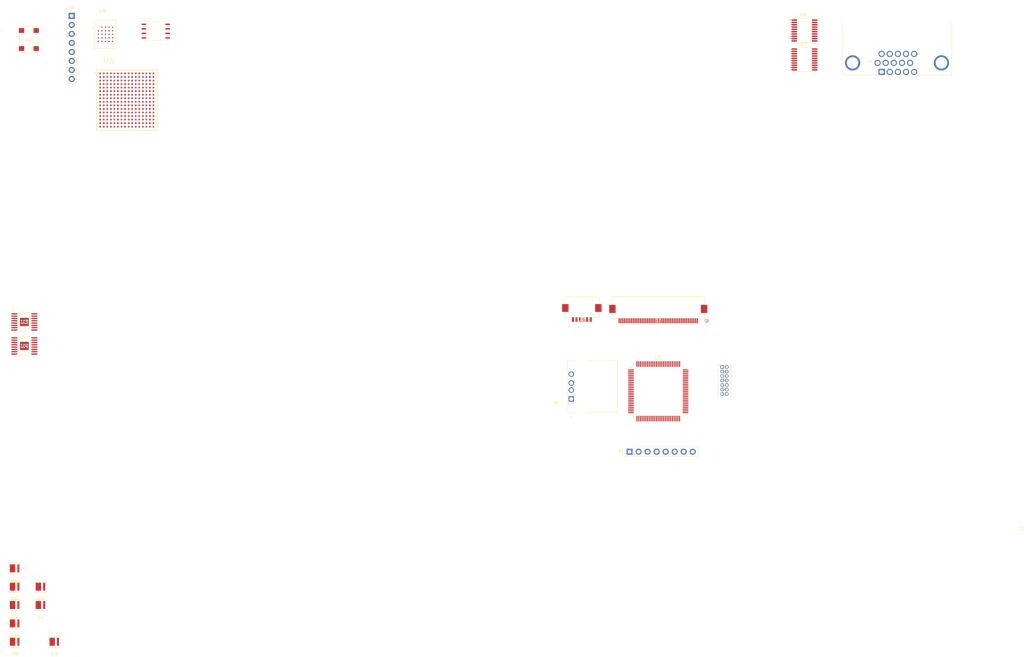
<source format=kicad_pcb>
(kicad_pcb (version 20241229) (generator "pcbnew") (generator_version "9.0")
  (layers (0 "F.Cu" signal) (2 "B.Cu" signal) (13 "F.Paste" user) (15 "B.Paste" user) (5 "F.SilkS" user "F.Silkscreen") (7 "B.SilkS" user "B.Silkscreen") (1 "F.Mask" user) (3 "B.Mask" user) (25 "Edge.Cuts" user))
  (net 0 "")
  (net 1 "GND")
  (net 2 "/LCD_RESET")
  (net 3 "/LCD_STBY")
  (net 5 "/PCLK")
  (net 6 "/R1")
  (net 7 "/B2")
  (net 8 "/G3")
  (net 9 "/B4")
  (net 11 "/G7")
  (net 12 "/B7")
  (net 13 "/G5")
  (net 14 "/HSYNC")
  (net 15 "POWER_IN")
  (net 16 "+3V3")
  (net 17 "/R2")
  (net 18 "/VSYNC")
  (net 19 "/G1")
  (net 20 "/R6")
  (net 22 "/LCD_SCL")
  (net 23 "/B5")
  (net 24 "/G4")
  (net 25 "/R4")
  (net 26 "/LCD_CS")
  (net 27 "/R5")
  (net 28 "/R3")
  (net 29 "/DE")
  (net 30 "/B0")
  (net 31 "/LCD_MOSI")
  (net 33 "/B3")
  (net 34 "/B6")
  (net 36 "/G6")
  (net 37 "/G0")
  (net 38 "/R7")
  (net 39 "/G2")
  (net 40 "/B1")
  (net 41 "/R0")
  (net 43 "/TOUCH_WAKE")
  (net 44 "/TOUCH_SCL")
  (net 46 "/TOUCH_INT")
  (net 47 "/TOUCH_SDA")
  (net 50 "/DEBUG_SWO")
  (net 52 "/DEBUG_SWDIO")
  (net 55 "/DEBUG_JTRST")
  (net 56 "/DEBUG_SWCLK")
  (net 58 "/DEBUG_JTDI")
  (net 59 "/HEADER5")
  (net 60 "/HEADER3")
  (net 61 "/HEADER6")
  (net 62 "/HEADER4")
  (net 63 "/HEADER2")
  (net 64 "/HEADER1")
  (net 65 "/FPGA/Header1")
  (net 66 "/FPGA/Header5")
  (net 67 "/FPGA/Header6")
  (net 68 "/FPGA/Header4")
  (net 69 "/FPGA/Header2")
  (net 70 "/FPGA/Header3")
  (net 71 "/D-")
  (net 72 "/D+")
  (net 73 "+5V")
  (net 75 "/CS_FPGA")
  (net 76 "Net-(U5-PC15)")
  (net 77 "/VLXSMPS")
  (net 78 "Net-(U5-PC6)")
  (net 81 "Net-(U5-PA10)")
  (net 82 "Net-(U5-PH1)")
  (net 83 "/DONE")
  (net 84 "/MISO_FPGA")
  (net 85 "Net-(U5-PB14)")
  (net 87 "/SCK_FPGA")
  (net 88 "Net-(U5-PB15)")
  (net 89 "/MOSI_FPGA")
  (net 90 "Net-(U5-VREF+)")
  (net 91 "Net-(U5-PB0)")
  (net 92 "Net-(U5-PA9)")
  (net 93 "Net-(U5-PC7)")
  (net 94 "Net-(U5-PC9)")
  (net 96 "Net-(U5-NRST)")
  (net 98 "Net-(U5-PB1)")
  (net 99 "/VDD11")
  (net 100 "/PROGRAM_B")
  (net 101 "Net-(U5-PC3)")
  (net 102 "Net-(U5-PA8)")
  (net 103 "/INTERRUPT")
  (net 104 "Net-(U5-PH0)")
  (net 107 "Net-(J3-JTDO{slash}SWO)")
  (net 108 "Net-(J3-JTMS{slash}SWDIO)")
  (net 109 "Net-(J3-JCLK{slash}SWCLK)")
  (net 110 "Net-(J3-JTDI{slash}NC)")
  (net 111 "Net-(J4-P14)")
  (net 112 "Net-(J4-Pad3)")
  (net 113 "Net-(J4-Pad1)")
  (net 114 "Net-(J4-P13)")
  (net 119 "Net-(J4-Pad2)")
  (net 121 "Net-(U1A-IO_L13N_T2_MRCC_14)")
  (net 122 "/FPGA/VGA/VGA_G3")
  (net 123 "/FPGA/VGA/G0")
  (net 124 "/FPGA/VGA/VGA_R2")
  (net 125 "/FPGA/VGA/G3")
  (net 126 "/FPGA/VGA/R0")
  (net 127 "/FPGA/VGA/VGA_R3")
  (net 128 "/FPGA/VGA/R3")
  (net 129 "/FPGA/VGA/VGA_G1")
  (net 130 "/FPGA/VGA/VGA_G2")
  (net 131 "/FPGA/VGA/R2")
  (net 132 "/FPGA/VGA/G1")
  (net 133 "/FPGA/VGA/G2")
  (net 134 "/FPGA/VGA/VGA_G0")
  (net 135 "/FPGA/VGA/VGA_R0")
  (net 136 "/FPGA/VGA/R1")
  (net 137 "/FPGA/VGA/VGA_R1")
  (net 139 "/FPGA/VGA/VGA_B2")
  (net 140 "/FPGA/VGA/VGA_B1")
  (net 141 "/FPGA/VGA/VGA_B3")
  (net 142 "/FPGA/VGA/B2")
  (net 143 "/FPGA/VGA/VGA_VSYNC")
  (net 144 "/FPGA/VGA/VSYNC")
  (net 145 "/FPGA/VGA/HSYNC")
  (net 147 "/FPGA/VGA/VGA_HSYNC")
  (net 148 "/FPGA/VGA/VGA_B0")
  (net 149 "/FPGA/VGA/B1")
  (net 150 "/FPGA/VGA/B0")
  (net 151 "/FPGA/VGA/B3")
  (net 152 "Net-(U3-EN1)")
  (net 153 "Net-(U3-EN2)")
  (net 154 "Net-(U3-VFB1)")
  (net 155 "Net-(U3-VFB2)")
  (net 156 "Net-(U3-VBST2)")
  (net 157 "Net-(U3-VBST1)")
  (net 159 "Net-(U3-VREG5)")
  (net 160 "Net-(U3-SW2)")
  (net 161 "Net-(U3-SW1)")
  (net 162 "Net-(U4-EN2)")
  (net 163 "Net-(U4-VREG5)")
  (net 164 "Net-(U4-SW1)")
  (net 165 "Net-(U4-VBST1)")
  (net 166 "Net-(U4-VFB1)")
  (net 167 "Net-(U4-VFB2)")
  (net 168 "Net-(U4-SW2)")
  (net 169 "Net-(U4-VBST2)")
  (net 170 "/FPGA/DQ4")
  (net 172 "/FPGA/DQ7")
  (net 173 "/FPGA/DQ3")
  (net 174 "Net-(U1A-IO_L13P_T2_MRCC_15)")
  (net 176 "/FPGA/DQ6")
  (net 177 "/FPGA/PSRAM_RESET")
  (net 178 "/FPGA/DQ0")
  (net 179 "Net-(U1A-IO_L15P_T2_DQS_15)")
  (net 180 "/FPGA/DQ5")
  (net 182 "/FPGA/DQ2")
  (net 183 "/FPGA/DQ1")
  (net 187 "/FPGA/PSRAM_CS#")
  (net 194 "+1V8")
  (net 197 "+1V0")
  (net 206 "Net-(U1A-IO_L24P_T3_RS1_15)")
  (net 207 "Net-(F1-SI(IO0))")
  (net 208 "Net-(U1C-TDO_0)")
  (net 209 "Net-(F1-IO3)")
  (net 219 "Net-(U1A-IO_25_15)")
  (net 239 "Net-(F1-SCLK)")
  (net 251 "Net-(F1-SO1(IO1))")
  (net 253 "Net-(U1C-TMS_0)")
  (net 299 "Net-(U1C-TCK_0)")
  (net 302 "/FPGA/CS#")
  (net 307 "Net-(U1C-TDI_0)")
  (net 319 "Net-(U1A-IO_L24N_T3_RS0_15)")
  (net 326 "Net-(U1C-INIT_B_0)")
  (net 328 "Net-(F1-IO2)")
  (net 329 "Net-(D2-A)")
  (net 330 "Net-(D3-A)")
  (net 331 "Net-(D4-A)")
  (net 332 "Net-(D5-A)")
  (net 333 "Net-(D6-A)")
  (net 334 "Net-(D7-A)")
  (net 335 "Net-(D8-A)")
  (net 336 "Net-(D9-A)")
  (footprint "Connector_PinHeader_1.27mm:PinHeader_2x07_P1.27mm_Vertical" (layer "F.Cu") (at 216.5 115.15)
    (property "Reference" "J3" (at 83.925 45.575 0) (layer "F.SilkS"))
    (property "Value" "Conn_ST_STDC14")
    (pad "1" thru_hole rect (at 0 0) (size 1 1) (drill 0.65) (layers "*.Cu" "*.Mask"))
    (pad "2" thru_hole circle (at 1.27 0) (size 1 1) (drill 0.65) (layers "*.Cu" "*.Mask"))
    (pad "3" thru_hole circle (at 0 1.27) (size 1 1) (drill 0.65) (layers "*.Cu" "*.Mask") (net 16 "+3V3"))
    (pad "4" thru_hole circle (at 1.27 1.27) (size 1 1) (drill 0.65) (layers "*.Cu" "*.Mask") (net 108 "Net-(J3-JTMS{slash}SWDIO)"))
    (pad "5" thru_hole circle (at 0 2.54) (size 1 1) (drill 0.65) (layers "*.Cu" "*.Mask") (net 1 "GND"))
    (pad "6" thru_hole circle (at 1.27 2.54) (size 1 1) (drill 0.65) (layers "*.Cu" "*.Mask") (net 109 "Net-(J3-JCLK{slash}SWCLK)"))
    (pad "7" thru_hole circle (at 0 3.81) (size 1 1) (drill 0.65) (layers "*.Cu" "*.Mask") (net 1 "GND"))
    (pad "8" thru_hole circle (at 1.27 3.81) (size 1 1) (drill 0.65) (layers "*.Cu" "*.Mask") (net 107 "Net-(J3-JTDO{slash}SWO)"))
    (pad "9" thru_hole circle (at 0 5.08) (size 1 1) (drill 0.65) (layers "*.Cu" "*.Mask"))
    (pad "10" thru_hole circle (at 1.27 5.08) (size 1 1) (drill 0.65) (layers "*.Cu" "*.Mask") (net 110 "Net-(J3-JTDI{slash}NC)"))
    (pad "11" thru_hole circle (at 0 6.35) (size 1 1) (drill 0.65) (layers "*.Cu" "*.Mask"))
    (pad "12" thru_hole circle (at 1.27 6.35) (size 1 1) (drill 0.65) (layers "*.Cu" "*.Mask") (net 55 "/DEBUG_JTRST"))
    (pad "13" thru_hole circle (at 0 7.62) (size 1 1) (drill 0.65) (layers "*.Cu" "*.Mask"))
    (pad "14" thru_hole circle (at 1.27 7.62) (size 1 1) (drill 0.65) (layers "*.Cu" "*.Mask"))
  )
  (footprint "tegnebrett_modules:LED_J-SERIES_3030_CRW-M" (layer "F.Cu") (at 17.4459 192.5)
    (property "Reference" "D9" (at 0 3.5 0) (layer "F.SilkS"))
    (property "Value" "LED")
    (pad "1" smd rect (at -0.5842 0) (size 1.5224 2.2598) (layers "F.Cu" "F.Mask" "F.Paste") (net 1 "GND"))
    (pad "2" smd rect (at 1.0541 0) (size 0.5826 2.2598) (layers "F.Cu" "F.Mask" "F.Paste") (net 336 "Net-(D9-A)"))
  )
  (footprint "tegnebrett_modules:LED_J-SERIES_3030_CRW-M" (layer "F.Cu") (at 17.4459 177.0032)
    (property "Reference" "D6" (at 0 3.5 0) (layer "F.SilkS"))
    (property "Value" "LED")
    (pad "1" smd rect (at -0.5842 0) (size 1.5224 2.2598) (layers "F.Cu" "F.Mask" "F.Paste") (net 1 "GND"))
    (pad "2" smd rect (at 1.0541 0) (size 0.5826 2.2598) (layers "F.Cu" "F.Mask" "F.Paste") (net 333 "Net-(D6-A)"))
  )
  (footprint "tegnebrett_modules:fpga" (layer "F.Cu") (at 49 40)
    (property "Reference" "U1" (at -5.056125 -11.186955 0) (layer "F.SilkS") (effects (font (size 1.665283 1.665283))))
    (property "Value" "XC7A100T-2FTG256I")
    (pad "A1" smd circle (at -7.5 -7.5) (size 0.5 0.5) (layers "F.Cu" "F.Mask" "F.Paste") (net 1 "GND"))
    (pad "A2" smd circle (at -6.5 -7.5) (size 0.5 0.5) (layers "F.Cu" "F.Mask" "F.Paste"))
    (pad "A3" smd circle (at -5.5 -7.5) (size 0.5 0.5) (layers "F.Cu" "F.Mask" "F.Paste"))
    (pad "A4" smd circle (at -4.5 -7.5) (size 0.5 0.5) (layers "F.Cu" "F.Mask" "F.Paste"))
    (pad "A5" smd circle (at -3.5 -7.5) (size 0.5 0.5) (layers "F.Cu" "F.Mask" "F.Paste"))
    (pad "A6" smd circle (at -2.5 -7.5) (size 0.5 0.5) (layers "F.Cu" "F.Mask" "F.Paste") (net 1 "GND"))
    (pad "A7" smd circle (at -1.5 -7.5) (size 0.5 0.5) (layers "F.Cu" "F.Mask" "F.Paste"))
    (pad "A8" smd circle (at -0.5 -7.5) (size 0.5 0.5) (layers "F.Cu" "F.Mask" "F.Paste") (net 68 "/FPGA/Header4"))
    (pad "A9" smd circle (at 0.5 -7.5) (size 0.5 0.5) (layers "F.Cu" "F.Mask" "F.Paste") (net 66 "/FPGA/Header5"))
    (pad "A10" smd circle (at 1.5 -7.5) (size 0.5 0.5) (layers "F.Cu" "F.Mask" "F.Paste"))
    (pad "A11" smd circle (at 2.5 -7.5) (size 0.5 0.5) (layers "F.Cu" "F.Mask" "F.Paste") (net 1 "GND"))
    (pad "A12" smd circle (at 3.5 -7.5) (size 0.5 0.5) (layers "F.Cu" "F.Mask" "F.Paste"))
    (pad "A13" smd circle (at 4.5 -7.5) (size 0.5 0.5) (layers "F.Cu" "F.Mask" "F.Paste"))
    (pad "A14" smd circle (at 5.5 -7.5) (size 0.5 0.5) (layers "F.Cu" "F.Mask" "F.Paste"))
    (pad "A15" smd circle (at 6.5 -7.5) (size 0.5 0.5) (layers "F.Cu" "F.Mask" "F.Paste"))
    (pad "A16" smd circle (at 7.5 -7.5) (size 0.5 0.5) (layers "F.Cu" "F.Mask" "F.Paste") (net 16 "+3V3"))
    (pad "B1" smd circle (at -7.5 -6.5) (size 0.5 0.5) (layers "F.Cu" "F.Mask" "F.Paste"))
    (pad "B2" smd circle (at -6.5 -6.5) (size 0.5 0.5) (layers "F.Cu" "F.Mask" "F.Paste"))
    (pad "B3" smd circle (at -5.5 -6.5) (size 0.5 0.5) (layers "F.Cu" "F.Mask" "F.Paste") (net 1 "GND"))
    (pad "B4" smd circle (at -4.5 -6.5) (size 0.5 0.5) (layers "F.Cu" "F.Mask" "F.Paste"))
    (pad "B5" smd circle (at -3.5 -6.5) (size 0.5 0.5) (layers "F.Cu" "F.Mask" "F.Paste"))
    (pad "B6" smd circle (at -2.5 -6.5) (size 0.5 0.5) (layers "F.Cu" "F.Mask" "F.Paste"))
    (pad "B7" smd circle (at -1.5 -6.5) (size 0.5 0.5) (layers "F.Cu" "F.Mask" "F.Paste"))
    (pad "B8" smd circle (at -0.5 -6.5) (size 0.5 0.5) (layers "F.Cu" "F.Mask" "F.Paste") (net 1 "GND"))
    (pad "B9" smd circle (at 0.5 -6.5) (size 0.5 0.5) (layers "F.Cu" "F.Mask" "F.Paste") (net 67 "/FPGA/Header6"))
    (pad "B10" smd circle (at 1.5 -6.5) (size 0.5 0.5) (layers "F.Cu" "F.Mask" "F.Paste"))
    (pad "B11" smd circle (at 2.5 -6.5) (size 0.5 0.5) (layers "F.Cu" "F.Mask" "F.Paste"))
    (pad "B12" smd circle (at 3.5 -6.5) (size 0.5 0.5) (layers "F.Cu" "F.Mask" "F.Paste"))
    (pad "B13" smd circle (at 4.5 -6.5) (size 0.5 0.5) (layers "F.Cu" "F.Mask" "F.Paste") (net 16 "+3V3"))
    (pad "B14" smd circle (at 5.5 -6.5) (size 0.5 0.5) (layers "F.Cu" "F.Mask" "F.Paste"))
    (pad "B15" smd circle (at 6.5 -6.5) (size 0.5 0.5) (layers "F.Cu" "F.Mask" "F.Paste"))
    (pad "B16" smd circle (at 7.5 -6.5) (size 0.5 0.5) (layers "F.Cu" "F.Mask" "F.Paste"))
    (pad "C1" smd circle (at -7.5 -5.5) (size 0.5 0.5) (layers "F.Cu" "F.Mask" "F.Paste"))
    (pad "C2" smd circle (at -6.5 -5.5) (size 0.5 0.5) (layers "F.Cu" "F.Mask" "F.Paste"))
    (pad "C3" smd circle (at -5.5 -5.5) (size 0.5 0.5) (layers "F.Cu" "F.Mask" "F.Paste"))
    (pad "C4" smd circle (at -4.5 -5.5) (size 0.5 0.5) (layers "F.Cu" "F.Mask" "F.Paste"))
    (pad "C5" smd circle (at -3.5 -5.5) (size 0.5 0.5) (layers "F.Cu" "F.Mask" "F.Paste") (net 1 "GND"))
    (pad "C6" smd circle (at -2.5 -5.5) (size 0.5 0.5) (layers "F.Cu" "F.Mask" "F.Paste"))
    (pad "C7" smd circle (at -1.5 -5.5) (size 0.5 0.5) (layers "F.Cu" "F.Mask" "F.Paste"))
    (pad "C8" smd circle (at -0.5 -5.5) (size 0.5 0.5) (layers "F.Cu" "F.Mask" "F.Paste") (net 69 "/FPGA/Header2"))
    (pad "C9" smd circle (at 0.5 -5.5) (size 0.5 0.5) (layers "F.Cu" "F.Mask" "F.Paste") (net 70 "/FPGA/Header3"))
    (pad "C10" smd circle (at 1.5 -5.5) (size 0.5 0.5) (layers "F.Cu" "F.Mask" "F.Paste") (net 16 "+3V3"))
    (pad "C11" smd circle (at 2.5 -5.5) (size 0.5 0.5) (layers "F.Cu" "F.Mask" "F.Paste"))
    (pad "C12" smd circle (at 3.5 -5.5) (size 0.5 0.5) (layers "F.Cu" "F.Mask" "F.Paste"))
    (pad "C13" smd circle (at 4.5 -5.5) (size 0.5 0.5) (layers "F.Cu" "F.Mask" "F.Paste"))
    (pad "C14" smd circle (at 5.5 -5.5) (size 0.5 0.5) (layers "F.Cu" "F.Mask" "F.Paste"))
    (pad "C15" smd circle (at 6.5 -5.5) (size 0.5 0.5) (layers "F.Cu" "F.Mask" "F.Paste") (net 1 "GND"))
    (pad "C16" smd circle (at 7.5 -5.5) (size 0.5 0.5) (layers "F.Cu" "F.Mask" "F.Paste"))
    (pad "D1" smd circle (at -7.5 -4.5) (size 0.5 0.5) (layers "F.Cu" "F.Mask" "F.Paste"))
    (pad "D2" smd circle (at -6.5 -4.5) (size 0.5 0.5) (layers "F.Cu" "F.Mask" "F.Paste") (net 1 "GND"))
    (pad "D3" smd circle (at -5.5 -4.5) (size 0.5 0.5) (layers "F.Cu" "F.Mask" "F.Paste"))
    (pad "D4" smd circle (at -4.5 -4.5) (size 0.5 0.5) (layers "F.Cu" "F.Mask" "F.Paste"))
    (pad "D5" smd circle (at -3.5 -4.5) (size 0.5 0.5) (layers "F.Cu" "F.Mask" "F.Paste"))
    (pad "D6" smd circle (at -2.5 -4.5) (size 0.5 0.5) (layers "F.Cu" "F.Mask" "F.Paste"))
    (pad "D7" smd circle (at -1.5 -4.5) (size 0.5 0.5) (layers "F.Cu" "F.Mask" "F.Paste") (net 1 "GND"))
    (pad "D8" smd circle (at -0.5 -4.5) (size 0.5 0.5) (layers "F.Cu" "F.Mask" "F.Paste"))
    (pad "D9" smd circle (at 0.5 -4.5) (size 0.5 0.5) (layers "F.Cu" "F.Mask" "F.Paste"))
    (pad "D10" smd circle (at 1.5 -4.5) (size 0.5 0.5) (layers "F.Cu" "F.Mask" "F.Paste") (net 65 "/FPGA/Header1"))
    (pad "D11" smd circle (at 2.5 -4.5) (size 0.5 0.5) (layers "F.Cu" "F.Mask" "F.Paste"))
    (pad "D12" smd circle (at 3.5 -4.5) (size 0.5 0.5) (layers "F.Cu" "F.Mask" "F.Paste") (net 1 "GND"))
    (pad "D13" smd circle (at 4.5 -4.5) (size 0.5 0.5) (layers "F.Cu" "F.Mask" "F.Paste"))
    (pad "D14" smd circle (at 5.5 -4.5) (size 0.5 0.5) (layers "F.Cu" "F.Mask" "F.Paste") (net 179 "Net-(U1A-IO_L15P_T2_DQS_15)"))
    (pad "D15" smd circle (at 6.5 -4.5) (size 0.5 0.5) (layers "F.Cu" "F.Mask" "F.Paste"))
    (pad "D16" smd circle (at 7.5 -4.5) (size 0.5 0.5) (layers "F.Cu" "F.Mask" "F.Paste") (net 170 "/FPGA/DQ4"))
    (pad "E1" smd circle (at -7.5 -3.5) (size 0.5 0.5) (layers "F.Cu" "F.Mask" "F.Paste"))
    (pad "E2" smd circle (at -6.5 -3.5) (size 0.5 0.5) (layers "F.Cu" "F.Mask" "F.Paste"))
    (pad "E3" smd circle (at -5.5 -3.5) (size 0.5 0.5) (layers "F.Cu" "F.Mask" "F.Paste"))
    (pad "E4" smd circle (at -4.5 -3.5) (size 0.5 0.5) (layers "F.Cu" "F.Mask" "F.Paste") (net 1 "GND"))
    (pad "E5" smd circle (at -3.5 -3.5) (size 0.5 0.5) (layers "F.Cu" "F.Mask" "F.Paste"))
    (pad "E6" smd circle (at -2.5 -3.5) (size 0.5 0.5) (layers "F.Cu" "F.Mask" "F.Paste"))
    (pad "E7" smd circle (at -1.5 -3.5) (size 0.5 0.5) (layers "F.Cu" "F.Mask" "F.Paste") (net 16 "+3V3"))
    (pad "E8" smd circle (at -0.5 -3.5) (size 0.5 0.5) (layers "F.Cu" "F.Mask" "F.Paste") (net 239 "Net-(F1-SCLK)"))
    (pad "E9" smd circle (at 0.5 -3.5) (size 0.5 0.5) (layers "F.Cu" "F.Mask" "F.Paste") (net 1 "GND"))
    (pad "E10" smd circle (at 1.5 -3.5) (size 0.5 0.5) (layers "F.Cu" "F.Mask" "F.Paste") (net 197 "+1V0"))
    (pad "E11" smd circle (at 2.5 -3.5) (size 0.5 0.5) (layers "F.Cu" "F.Mask" "F.Paste"))
    (pad "E12" smd circle (at 3.5 -3.5) (size 0.5 0.5) (layers "F.Cu" "F.Mask" "F.Paste") (net 174 "Net-(U1A-IO_L13P_T2_MRCC_15)"))
    (pad "E13" smd circle (at 4.5 -3.5) (size 0.5 0.5) (layers "F.Cu" "F.Mask" "F.Paste"))
    (pad "E14" smd circle (at 5.5 -3.5) (size 0.5 0.5) (layers "F.Cu" "F.Mask" "F.Paste") (net 16 "+3V3"))
    (pad "E15" smd circle (at 6.5 -3.5) (size 0.5 0.5) (layers "F.Cu" "F.Mask" "F.Paste") (net 182 "/FPGA/DQ2"))
    (pad "E16" smd circle (at 7.5 -3.5) (size 0.5 0.5) (layers "F.Cu" "F.Mask" "F.Paste") (net 180 "/FPGA/DQ5"))
    (pad "F1" smd circle (at -7.5 -2.5) (size 0.5 0.5) (layers "F.Cu" "F.Mask" "F.Paste") (net 1 "GND"))
    (pad "F2" smd circle (at -6.5 -2.5) (size 0.5 0.5) (layers "F.Cu" "F.Mask" "F.Paste"))
    (pad "F3" smd circle (at -5.5 -2.5) (size 0.5 0.5) (layers "F.Cu" "F.Mask" "F.Paste"))
    (pad "F4" smd circle (at -4.5 -2.5) (size 0.5 0.5) (layers "F.Cu" "F.Mask" "F.Paste"))
    (pad "F5" smd circle (at -3.5 -2.5) (size 0.5 0.5) (layers "F.Cu" "F.Mask" "F.Paste"))
    (pad "F6" smd circle (at -2.5 -2.5) (size 0.5 0.5) (layers "F.Cu" "F.Mask" "F.Paste") (net 1 "GND"))
    (pad "F7" smd circle (at -1.5 -2.5) (size 0.5 0.5) (layers "F.Cu" "F.Mask" "F.Paste") (net 197 "+1V0"))
    (pad "F8" smd circle (at -0.5 -2.5) (size 0.5 0.5) (layers "F.Cu" "F.Mask" "F.Paste") (net 1 "GND"))
    (pad "F9" smd circle (at 0.5 -2.5) (size 0.5 0.5) (layers "F.Cu" "F.Mask" "F.Paste") (net 197 "+1V0"))
    (pad "F10" smd circle (at 1.5 -2.5) (size 0.5 0.5) (layers "F.Cu" "F.Mask" "F.Paste") (net 1 "GND"))
    (pad "F11" smd circle (at 2.5 -2.5) (size 0.5 0.5) (layers "F.Cu" "F.Mask" "F.Paste") (net 197 "+1V0"))
    (pad "F12" smd circle (at 3.5 -2.5) (size 0.5 0.5) (layers "F.Cu" "F.Mask" "F.Paste") (net 172 "/FPGA/DQ7"))
    (pad "F13" smd circle (at 4.5 -2.5) (size 0.5 0.5) (layers "F.Cu" "F.Mask" "F.Paste") (net 176 "/FPGA/DQ6"))
    (pad "F14" smd circle (at 5.5 -2.5) (size 0.5 0.5) (layers "F.Cu" "F.Mask" "F.Paste") (net 177 "/FPGA/PSRAM_RESET"))
    (pad "F15" smd circle (at 6.5 -2.5) (size 0.5 0.5) (layers "F.Cu" "F.Mask" "F.Paste") (net 173 "/FPGA/DQ3"))
    (pad "F16" smd circle (at 7.5 -2.5) (size 0.5 0.5) (layers "F.Cu" "F.Mask" "F.Paste") (net 1 "GND"))
    (pad "G1" smd circle (at -7.5 -1.5) (size 0.5 0.5) (layers "F.Cu" "F.Mask" "F.Paste"))
    (pad "G2" smd circle (at -6.5 -1.5) (size 0.5 0.5) (layers "F.Cu" "F.Mask" "F.Paste"))
    (pad "G3" smd circle (at -5.5 -1.5) (size 0.5 0.5) (layers "F.Cu" "F.Mask" "F.Paste") (net 1 "GND"))
    (pad "G4" smd circle (at -4.5 -1.5) (size 0.5 0.5) (layers "F.Cu" "F.Mask" "F.Paste"))
    (pad "G5" smd circle (at -3.5 -1.5) (size 0.5 0.5) (layers "F.Cu" "F.Mask" "F.Paste"))
    (pad "G6" smd circle (at -2.5 -1.5) (size 0.5 0.5) (layers "F.Cu" "F.Mask" "F.Paste") (net 197 "+1V0"))
    (pad "G7" smd circle (at -1.5 -1.5) (size 0.5 0.5) (layers "F.Cu" "F.Mask" "F.Paste") (net 1 "GND"))
    (pad "G8" smd circle (at -0.5 -1.5) (size 0.5 0.5) (layers "F.Cu" "F.Mask" "F.Paste") (net 194 "+1V8"))
    (pad "G9" smd circle (at 0.5 -1.5) (size 0.5 0.5) (layers "F.Cu" "F.Mask" "F.Paste") (net 1 "GND"))
    (pad "G10" smd circle (at 1.5 -1.5) (size 0.5 0.5) (layers "F.Cu" "F.Mask" "F.Paste") (net 194 "+1V8"))
    (pad "G11" smd circle (at 2.5 -1.5) (size 0.5 0.5) (layers "F.Cu" "F.Mask" "F.Paste") (net 219 "Net-(U1A-IO_25_15)"))
    (pad "G12" smd circle (at 3.5 -1.5) (size 0.5 0.5) (layers "F.Cu" "F.Mask" "F.Paste"))
    (pad "G13" smd circle (at 4.5 -1.5) (size 0.5 0.5) (layers "F.Cu" "F.Mask" "F.Paste") (net 1 "GND"))
    (pad "G14" smd circle (at 5.5 -1.5) (size 0.5 0.5) (layers "F.Cu" "F.Mask" "F.Paste"))
    (pad "G15" smd circle (at 6.5 -1.5) (size 0.5 0.5) (layers "F.Cu" "F.Mask" "F.Paste") (net 319 "Net-(U1A-IO_L24N_T3_RS0_15)"))
    (pad "G16" smd circle (at 7.5 -1.5) (size 0.5 0.5) (layers "F.Cu" "F.Mask" "F.Paste"))
    (pad "H1" smd circle (at -7.5 -0.5) (size 0.5 0.5) (layers "F.Cu" "F.Mask" "F.Paste"))
    (pad "H2" smd circle (at -6.5 -0.5) (size 0.5 0.5) (layers "F.Cu" "F.Mask" "F.Paste"))
    (pad "H3" smd circle (at -5.5 -0.5) (size 0.5 0.5) (layers "F.Cu" "F.Mask" "F.Paste"))
    (pad "H4" smd circle (at -4.5 -0.5) (size 0.5 0.5) (layers "F.Cu" "F.Mask" "F.Paste"))
    (pad "H5" smd circle (at -3.5 -0.5) (size 0.5 0.5) (layers "F.Cu" "F.Mask" "F.Paste"))
    (pad "H6" smd circle (at -2.5 -0.5) (size 0.5 0.5) (layers "F.Cu" "F.Mask" "F.Paste") (net 1 "GND"))
    (pad "H7" smd circle (at -1.5 -0.5) (size 0.5 0.5) (layers "F.Cu" "F.Mask" "F.Paste") (net 1 "GND"))
    (pad "H8" smd circle (at -0.5 -0.5) (size 0.5 0.5) (layers "F.Cu" "F.Mask" "F.Paste") (net 1 "GND"))
    (pad "H9" smd circle (at 0.5 -0.5) (size 0.5 0.5) (layers "F.Cu" "F.Mask" "F.Paste") (net 197 "+1V0"))
    (pad "H10" smd circle (at 1.5 -0.5) (size 0.5 0.5) (layers "F.Cu" "F.Mask" "F.Paste") (net 83 "/DONE"))
    (pad "H11" smd circle (at 2.5 -0.5) (size 0.5 0.5) (layers "F.Cu" "F.Mask" "F.Paste") (net 183 "/FPGA/DQ1"))
    (pad "H12" smd circle (at 3.5 -0.5) (size 0.5 0.5) (layers "F.Cu" "F.Mask" "F.Paste") (net 178 "/FPGA/DQ0"))
    (pad "H13" smd circle (at 4.5 -0.5) (size 0.5 0.5) (layers "F.Cu" "F.Mask" "F.Paste") (net 187 "/FPGA/PSRAM_CS#"))
    (pad "H14" smd circle (at 5.5 -0.5) (size 0.5 0.5) (layers "F.Cu" "F.Mask" "F.Paste") (net 206 "Net-(U1A-IO_L24P_T3_RS1_15)"))
    (pad "H15" smd circle (at 6.5 -0.5) (size 0.5 0.5) (layers "F.Cu" "F.Mask" "F.Paste") (net 16 "+3V3"))
    (pad "H16" smd circle (at 7.5 -0.5) (size 0.5 0.5) (layers "F.Cu" "F.Mask" "F.Paste"))
    (pad "J1" smd circle (at -7.5 0.5) (size 0.5 0.5) (layers "F.Cu" "F.Mask" "F.Paste"))
    (pad "J2" smd circle (at -6.5 0.5) (size 0.5 0.5) (layers "F.Cu" "F.Mask" "F.Paste") (net 1 "GND"))
    (pad "J3" smd circle (at -5.5 0.5) (size 0.5 0.5) (layers "F.Cu" "F.Mask" "F.Paste"))
    (pad "J4" smd circle (at -4.5 0.5) (size 0.5 0.5) (layers "F.Cu" "F.Mask" "F.Paste"))
    (pad "J5" smd circle (at -3.5 0.5) (size 0.5 0.5) (layers "F.Cu" "F.Mask" "F.Paste"))
    (pad "J6" smd circle (at -2.5 0.5) (size 0.5 0.5) (layers "F.Cu" "F.Mask" "F.Paste") (net 197 "+1V0"))
    (pad "J7" smd circle (at -1.5 0.5) (size 0.5 0.5) (layers "F.Cu" "F.Mask" "F.Paste") (net 1 "GND"))
    (pad "J8" smd circle (at -0.5 0.5) (size 0.5 0.5) (layers "F.Cu" "F.Mask" "F.Paste") (net 1 "GND"))
    (pad "J9" smd circle (at 0.5 0.5) (size 0.5 0.5) (layers "F.Cu" "F.Mask" "F.Paste") (net 1 "GND"))
    (pad "J10" smd circle (at 1.5 0.5) (size 0.5 0.5) (layers "F.Cu" "F.Mask" "F.Paste") (net 194 "+1V8"))
    (pad "J11" smd circle (at 2.5 0.5) (size 0.5 0.5) (layers "F.Cu" "F.Mask" "F.Paste") (net 1 "GND"))
    (pad "J12" smd circle (at 3.5 0.5) (size 0.5 0.5) (layers "F.Cu" "F.Mask" "F.Paste") (net 16 "+3V3"))
    (pad "J13" smd circle (at 4.5 0.5) (size 0.5 0.5) (layers "F.Cu" "F.Mask" "F.Paste") (net 207 "Net-(F1-SI(IO0))"))
    (pad "J14" smd circle (at 5.5 0.5) (size 0.5 0.5) (layers "F.Cu" "F.Mask" "F.Paste") (net 251 "Net-(F1-SO1(IO1))"))
    (pad "J15" smd circle (at 6.5 0.5) (size 0.5 0.5) (layers "F.Cu" "F.Mask" "F.Paste"))
    (pad "J16" smd circle (at 7.5 0.5) (size 0.5 0.5) (layers "F.Cu" "F.Mask" "F.Paste"))
    (pad "K1" smd circle (at -7.5 1.5) (size 0.5 0.5) (layers "F.Cu" "F.Mask" "F.Paste"))
    (pad "K2" smd circle (at -6.5 1.5) (size 0.5 0.5) (layers "F.Cu" "F.Mask" "F.Paste"))
    (pad "K3" smd circle (at -5.5 1.5) (size 0.5 0.5) (layers "F.Cu" "F.Mask" "F.Paste"))
    (pad "K4" smd circle (at -4.5 1.5) (size 0.5 0.5) (layers "F.Cu" "F.Mask" "F.Paste") (net 1 "GND"))
    (pad "K5" smd circle (at -3.5 1.5) (size 0.5 0.5) (layers "F.Cu" "F.Mask" "F.Paste"))
    (pad "K6" smd circle (at -2.5 1.5) (size 0.5 0.5) (layers "F.Cu" "F.Mask" "F.Paste") (net 1 "GND"))
    (pad "K7" smd circle (at -1.5 1.5) (size 0.5 0.5) (layers "F.Cu" "F.Mask" "F.Paste"))
    (pad "K8" smd circle (at -0.5 1.5) (size 0.5 0.5) (layers "F.Cu" "F.Mask" "F.Paste"))
    (pad "K9" smd circle (at 0.5 1.5) (size 0.5 0.5) (layers "F.Cu" "F.Mask" "F.Paste") (net 197 "+1V0"))
    (pad "K10" smd circle (at 1.5 1.5) (size 0.5 0.5) (layers "F.Cu" "F.Mask" "F.Paste") (net 326 "Net-(U1C-INIT_B_0)"))
    (pad "K11" smd circle (at 2.5 1.5) (size 0.5 0.5) (layers "F.Cu" "F.Mask" "F.Paste") (net 194 "+1V8"))
    (pad "K12" smd circle (at 3.5 1.5) (size 0.5 0.5) (layers "F.Cu" "F.Mask" "F.Paste"))
    (pad "K13" smd circle (at 4.5 1.5) (size 0.5 0.5) (layers "F.Cu" "F.Mask" "F.Paste") (net 131 "/FPGA/VGA/R2"))
    (pad "K14" smd circle (at 5.5 1.5) (size 0.5 0.5) (layers "F.Cu" "F.Mask" "F.Paste") (net 1 "GND"))
    (pad "K15" smd circle (at 6.5 1.5) (size 0.5 0.5) (layers "F.Cu" "F.Mask" "F.Paste") (net 328 "Net-(F1-IO2)"))
    (pad "K16" smd circle (at 7.5 1.5) (size 0.5 0.5) (layers "F.Cu" "F.Mask" "F.Paste") (net 209 "Net-(F1-IO3)"))
    (pad "L1" smd circle (at -7.5 2.5) (size 0.5 0.5) (layers "F.Cu" "F.Mask" "F.Paste") (net 1 "GND"))
    (pad "L2" smd circle (at -6.5 2.5) (size 0.5 0.5) (layers "F.Cu" "F.Mask" "F.Paste"))
    (pad "L3" smd circle (at -5.5 2.5) (size 0.5 0.5) (layers "F.Cu" "F.Mask" "F.Paste"))
    (pad "L4" smd circle (at -4.5 2.5) (size 0.5 0.5) (layers "F.Cu" "F.Mask" "F.Paste"))
    (pad "L5" smd circle (at -3.5 2.5) (size 0.5 0.5) (layers "F.Cu" "F.Mask" "F.Paste"))
    (pad "L6" smd circle (at -2.5 2.5) (size 0.5 0.5) (layers "F.Cu" "F.Mask" "F.Paste") (net 16 "+3V3"))
    (pad "L7" smd circle (at -1.5 2.5) (size 0.5 0.5) (layers "F.Cu" "F.Mask" "F.Paste") (net 299 "Net-(U1C-TCK_0)"))
    (pad "L8" smd circle (at -0.5 2.5) (size 0.5 0.5) (layers "F.Cu" "F.Mask" "F.Paste") (net 197 "+1V0"))
    (pad "L9" smd circle (at 0.5 2.5) (size 0.5 0.5) (layers "F.Cu" "F.Mask" "F.Paste") (net 100 "/PROGRAM_B"))
    (pad "L10" smd circle (at 1.5 2.5) (size 0.5 0.5) (layers "F.Cu" "F.Mask" "F.Paste") (net 194 "+1V8"))
    (pad "L11" smd circle (at 2.5 2.5) (size 0.5 0.5) (layers "F.Cu" "F.Mask" "F.Paste") (net 1 "GND"))
    (pad "L12" smd circle (at 3.5 2.5) (size 0.5 0.5) (layers "F.Cu" "F.Mask" "F.Paste") (net 302 "/FPGA/CS#"))
    (pad "L13" smd circle (at 4.5 2.5) (size 0.5 0.5) (layers "F.Cu" "F.Mask" "F.Paste") (net 128 "/FPGA/VGA/R3"))
    (pad "L14" smd circle (at 5.5 2.5) (size 0.5 0.5) (layers "F.Cu" "F.Mask" "F.Paste") (net 126 "/FPGA/VGA/R0"))
    (pad "L15" smd circle (at 6.5 2.5) (size 0.5 0.5) (layers "F.Cu" "F.Mask" "F.Paste") (net 1 "GND"))
    (pad "L16" smd circle (at 7.5 2.5) (size 0.5 0.5) (layers "F.Cu" "F.Mask" "F.Paste") (net 16 "+3V3"))
    (pad "M1" smd circle (at -7.5 3.5) (size 0.5 0.5) (layers "F.Cu" "F.Mask" "F.Paste"))
    (pad "M2" smd circle (at -6.5 3.5) (size 0.5 0.5) (layers "F.Cu" "F.Mask" "F.Paste"))
    (pad "M3" smd circle (at -5.5 3.5) (size 0.5 0.5) (layers "F.Cu" "F.Mask" "F.Paste") (net 1 "GND"))
    (pad "M4" smd circle (at -4.5 3.5) (size 0.5 0.5) (layers "F.Cu" "F.Mask" "F.Paste"))
    (pad "M5" smd circle (at -3.5 3.5) (size 0.5 0.5) (layers "F.Cu" "F.Mask" "F.Paste"))
    (pad "M6" smd circle (at -2.5 3.5) (size 0.5 0.5) (layers "F.Cu" "F.Mask" "F.Paste"))
    (pad "M7" smd circle (at -1.5 3.5) (size 0.5 0.5) (layers "F.Cu" "F.Mask" "F.Paste") (net 253 "Net-(U1C-TMS_0)"))
    (pad "M8" smd circle (at -0.5 3.5) (size 0.5 0.5) (layers "F.Cu" "F.Mask" "F.Paste") (net 1 "GND"))
    (pad "M9" smd circle (at 0.5 3.5) (size 0.5 0.5) (layers "F.Cu" "F.Mask" "F.Paste") (net 16 "+3V3"))
    (pad "M10" smd circle (at 1.5 3.5) (size 0.5 0.5) (layers "F.Cu" "F.Mask" "F.Paste") (net 1 "GND"))
    (pad "M11" smd circle (at 2.5 3.5) (size 0.5 0.5) (layers "F.Cu" "F.Mask" "F.Paste") (net 1 "GND"))
    (pad "M12" smd circle (at 3.5 3.5) (size 0.5 0.5) (layers "F.Cu" "F.Mask" "F.Paste"))
    (pad "M13" smd circle (at 4.5 3.5) (size 0.5 0.5) (layers "F.Cu" "F.Mask" "F.Paste") (net 16 "+3V3"))
    (pad "M14" smd circle (at 5.5 3.5) (size 0.5 0.5) (layers "F.Cu" "F.Mask" "F.Paste") (net 136 "/FPGA/VGA/R1"))
    (pad "M15" smd circle (at 6.5 3.5) (size 0.5 0.5) (layers "F.Cu" "F.Mask" "F.Paste"))
    (pad "M16" smd circle (at 7.5 3.5) (size 0.5 0.5) (layers "F.Cu" "F.Mask" "F.Paste") (net 150 "/FPGA/VGA/B0"))
    (pad "N1" smd circle (at -7.5 4.5) (size 0.5 0.5) (layers "F.Cu" "F.Mask" "F.Paste"))
    (pad "N2" smd circle (at -6.5 4.5) (size 0.5 0.5) (layers "F.Cu" "F.Mask" "F.Paste"))
    (pad "N3" smd circle (at -5.5 4.5) (size 0.5 0.5) (layers "F.Cu" "F.Mask" "F.Paste"))
    (pad "N4" smd circle (at -4.5 4.5) (size 0.5 0.5) (layers "F.Cu" "F.Mask" "F.Paste"))
    (pad "N5" smd circle (at -3.5 4.5) (size 0.5 0.5) (layers "F.Cu" "F.Mask" "F.Paste") (net 1 "GND"))
    (pad "N6" smd circle (at -2.5 4.5) (size 0.5 0.5) (layers "F.Cu" "F.Mask" "F.Paste"))
    (pad "N7" smd circle (at -1.5 4.5) (size 0.5 0.5) (layers "F.Cu" "F.Mask" "F.Paste") (net 307 "Net-(U1C-TDI_0)"))
    (pad "N8" smd circle (at -0.5 4.5) (size 0.5 0.5) (layers "F.Cu" "F.Mask" "F.Paste") (net 208 "Net-(U1C-TDO_0)"))
    (pad "N9" smd circle (at 0.5 4.5) (size 0.5 0.5) (layers "F.Cu" "F.Mask" "F.Paste") (net 125 "/FPGA/VGA/G3"))
    (pad "N10" smd circle (at 1.5 4.5) (size 0.5 0.5) (layers "F.Cu" "F.Mask" "F.Paste") (net 16 "+3V3"))
    (pad "N11" smd circle (at 2.5 4.5) (size 0.5 0.5) (layers "F.Cu" "F.Mask" "F.Paste") (net 87 "/SCK_FPGA"))
    (pad "N12" smd circle (at 3.5 4.5) (size 0.5 0.5) (layers "F.Cu" "F.Mask" "F.Paste") (net 121 "Net-(U1A-IO_L13N_T2_MRCC_14)"))
    (pad "N13" smd circle (at 4.5 4.5) (size 0.5 0.5) (layers "F.Cu" "F.Mask" "F.Paste"))
    (pad "N14" smd circle (at 5.5 4.5) (size 0.5 0.5) (layers "F.Cu" "F.Mask" "F.Paste"))
    (pad "N15" smd circle (at 6.5 4.5) (size 0.5 0.5) (layers "F.Cu" "F.Mask" "F.Paste") (net 1 "GND"))
    (pad "N16" smd circle (at 7.5 4.5) (size 0.5 0.5) (layers "F.Cu" "F.Mask" "F.Paste") (net 149 "/FPGA/VGA/B1"))
    (pad "P1" smd circle (at -7.5 5.5) (size 0.5 0.5) (layers "F.Cu" "F.Mask" "F.Paste"))
    (pad "P2" smd circle (at -6.5 5.5) (size 0.5 0.5) (layers "F.Cu" "F.Mask" "F.Paste") (net 1 "GND"))
    (pad "P3" smd circle (at -5.5 5.5) (size 0.5 0.5) (layers "F.Cu" "F.Mask" "F.Paste"))
    (pad "P4" smd circle (at -4.5 5.5) (size 0.5 0.5) (layers "F.Cu" "F.Mask" "F.Paste"))
    (pad "P5" smd circle (at -3.5 5.5) (size 0.5 0.5) (layers "F.Cu" "F.Mask" "F.Paste"))
    (pad "P6" smd circle (at -2.5 5.5) (size 0.5 0.5) (layers "F.Cu" "F.Mask" "F.Paste"))
    (pad "P7" smd circle (at -1.5 5.5) (size 0.5 0.5) (layers "F.Cu" "F.Mask" "F.Paste") (net 16 "+3V3"))
    (pad "P8" smd circle (at -0.5 5.5) (size 0.5 0.5) (layers "F.Cu" "F.Mask" "F.Paste"))
    (pad "P9" smd circle (at 0.5 5.5) (size 0.5 0.5) (layers "F.Cu" "F.Mask" "F.Paste"))
    (pad "P10" smd circle (at 1.5 5.5) (size 0.5 0.5) (layers "F.Cu" "F.Mask" "F.Paste"))
    (pad "P11" smd circle (at 2.5 5.5) (size 0.5 0.5) (layers "F.Cu" "F.Mask" "F.Paste"))
    (pad "P12" smd circle (at 3.5 5.5) (size 0.5 0.5) (layers "F.Cu" "F.Mask" "F.Paste") (net 1 "GND"))
    (pad "P13" smd circle (at 4.5 5.5) (size 0.5 0.5) (layers "F.Cu" "F.Mask" "F.Paste"))
    (pad "P14" smd circle (at 5.5 5.5) (size 0.5 0.5) (layers "F.Cu" "F.Mask" "F.Paste"))
    (pad "P15" smd circle (at 6.5 5.5) (size 0.5 0.5) (layers "F.Cu" "F.Mask" "F.Paste") (net 142 "/FPGA/VGA/B2"))
    (pad "P16" smd circle (at 7.5 5.5) (size 0.5 0.5) (layers "F.Cu" "F.Mask" "F.Paste") (net 151 "/FPGA/VGA/B3"))
    (pad "R1" smd circle (at -7.5 6.5) (size 0.5 0.5) (layers "F.Cu" "F.Mask" "F.Paste"))
    (pad "R2" smd circle (at -6.5 6.5) (size 0.5 0.5) (layers "F.Cu" "F.Mask" "F.Paste"))
    (pad "R3" smd circle (at -5.5 6.5) (size 0.5 0.5) (layers "F.Cu" "F.Mask" "F.Paste"))
    (pad "R4" smd circle (at -4.5 6.5) (size 0.5 0.5) (layers "F.Cu" "F.Mask" "F.Paste") (net 1 "GND"))
    (pad "R5" smd circle (at -3.5 6.5) (size 0.5 0.5) (layers "F.Cu" "F.Mask" "F.Paste") (net 84 "/MISO_FPGA"))
    (pad "R6" smd circle (at -2.5 6.5) (size 0.5 0.5) (layers "F.Cu" "F.Mask" "F.Paste") (net 103 "/INTERRUPT"))
    (pad "R7" smd circle (at -1.5 6.5) (size 0.5 0.5) (layers "F.Cu" "F.Mask" "F.Paste"))
    (pad "R8" smd circle (at -0.5 6.5) (size 0.5 0.5) (layers "F.Cu" "F.Mask" "F.Paste"))
    (pad "R9" smd circle (at 0.5 6.5) (size 0.5 0.5) (layers "F.Cu" "F.Mask" "F.Paste") (net 1 "GND"))
    (pad "R10" smd circle (at 1.5 6.5) (size 0.5 0.5) (layers "F.Cu" "F.Mask" "F.Paste") (net 132 "/FPGA/VGA/G1"))
    (pad "R11" smd circle (at 2.5 6.5) (size 0.5 0.5) (layers "F.Cu" "F.Mask" "F.Paste") (net 133 "/FPGA/VGA/G2"))
    (pad "R12" smd circle (at 3.5 6.5) (size 0.5 0.5) (layers "F.Cu" "F.Mask" "F.Paste"))
    (pad "R13" smd circle (at 4.5 6.5) (size 0.5 0.5) (layers "F.Cu" "F.Mask" "F.Paste"))
    (pad "R14" smd circle (at 5.5 6.5) (size 0.5 0.5) (layers "F.Cu" "F.Mask" "F.Paste") (net 16 "+3V3"))
    (pad "R15" smd circle (at 6.5 6.5) (size 0.5 0.5) (layers "F.Cu" "F.Mask" "F.Paste"))
    (pad "R16" smd circle (at 7.5 6.5) (size 0.5 0.5) (layers "F.Cu" "F.Mask" "F.Paste"))
    (pad "T1" smd circle (at -7.5 7.5) (size 0.5 0.5) (layers "F.Cu" "F.Mask" "F.Paste") (net 1 "GND"))
    (pad "T2" smd circle (at -6.5 7.5) (size 0.5 0.5) (layers "F.Cu" "F.Mask" "F.Paste"))
    (pad "T3" smd circle (at -5.5 7.5) (size 0.5 0.5) (layers "F.Cu" "F.Mask" "F.Paste"))
    (pad "T4" smd circle (at -4.5 7.5) (size 0.5 0.5) (layers "F.Cu" "F.Mask" "F.Paste"))
    (pad "T5" smd circle (at -3.5 7.5) (size 0.5 0.5) (layers "F.Cu" "F.Mask" "F.Paste") (net 75 "/CS_FPGA"))
    (pad "T6" smd circle (at -2.5 7.5) (size 0.5 0.5) (layers "F.Cu" "F.Mask" "F.Paste") (net 1 "GND"))
    (pad "T7" smd circle (at -1.5 7.5) (size 0.5 0.5) (layers "F.Cu" "F.Mask" "F.Paste"))
    (pad "T8" smd circle (at -0.5 7.5) (size 0.5 0.5) (layers "F.Cu" "F.Mask" "F.Paste"))
    (pad "T9" smd circle (at 0.5 7.5) (size 0.5 0.5) (layers "F.Cu" "F.Mask" "F.Paste"))
    (pad "T10" smd circle (at 1.5 7.5) (size 0.5 0.5) (layers "F.Cu" "F.Mask" "F.Paste") (net 89 "/MOSI_FPGA"))
    (pad "T11" smd circle (at 2.5 7.5) (size 0.5 0.5) (layers "F.Cu" "F.Mask" "F.Paste") (net 16 "+3V3"))
    (pad "T12" smd circle (at 3.5 7.5) (size 0.5 0.5) (layers "F.Cu" "F.Mask" "F.Paste"))
    (pad "T13" smd circle (at 4.5 7.5) (size 0.5 0.5) (layers "F.Cu" "F.Mask" "F.Paste") (net 123 "/FPGA/VGA/G0"))
    (pad "T14" smd circle (at 5.5 7.5) (size 0.5 0.5) (layers "F.Cu" "F.Mask" "F.Paste") (net 145 "/FPGA/VGA/HSYNC"))
    (pad "T15" smd circle (at 6.5 7.5) (size 0.5 0.5) (layers "F.Cu" "F.Mask" "F.Paste") (net 144 "/FPGA/VGA/VSYNC"))
    (pad "T16" smd circle (at 7.5 7.5) (size 0.5 0.5) (layers "F.Cu" "F.Mask" "F.Paste") (net 1 "GND"))
  )
  (footprint "tegnebrett_modules:CONN_45S-0.5SH55" (layer "F.Cu") (at 198.5 98.5 180)
    (property "Reference" "J1" (at 0 -3.6449 180) (layer "F.SilkS"))
    (property "Value" "FH12-45S-0.5SH55")
    (pad "1" smd rect (at -11.000001 -3.6449 180) (size 0.3302 1.397) (layers "F.Cu" "F.Mask" "F.Paste") (net 1 "GND"))
    (pad "2" smd rect (at -10.500002 -3.6449 180) (size 0.3302 1.397) (layers "F.Cu" "F.Mask" "F.Paste") (net 1 "GND"))
    (pad "3" smd rect (at -10 -3.6449 180) (size 0.3302 1.397) (layers "F.Cu" "F.Mask" "F.Paste") (net 16 "+3V3"))
    (pad "4" smd rect (at -9.500001 -3.6449 180) (size 0.3302 1.397) (layers "F.Cu" "F.Mask" "F.Paste") (net 2 "/LCD_RESET"))
    (pad "5" smd rect (at -9 -3.6449 180) (size 0.3302 1.397) (layers "F.Cu" "F.Mask" "F.Paste") (net 41 "/R0"))
    (pad "6" smd rect (at -8.500001 -3.6449 180) (size 0.3302 1.397) (layers "F.Cu" "F.Mask" "F.Paste") (net 6 "/R1"))
    (pad "7" smd rect (at -8.000002 -3.6449 180) (size 0.3302 1.397) (layers "F.Cu" "F.Mask" "F.Paste") (net 17 "/R2"))
    (pad "8" smd rect (at -7.5 -3.6449 180) (size 0.3302 1.397) (layers "F.Cu" "F.Mask" "F.Paste") (net 28 "/R3"))
    (pad "9" smd rect (at -7.000001 -3.6449 180) (size 0.3302 1.397) (layers "F.Cu" "F.Mask" "F.Paste") (net 25 "/R4"))
    (pad "10" smd rect (at -6.5 -3.6449 180) (size 0.3302 1.397) (layers "F.Cu" "F.Mask" "F.Paste") (net 27 "/R5"))
    (pad "11" smd rect (at -6.000001 -3.6449 180) (size 0.3302 1.397) (layers "F.Cu" "F.Mask" "F.Paste") (net 20 "/R6"))
    (pad "12" smd rect (at -5.500002 -3.6449 180) (size 0.3302 1.397) (layers "F.Cu" "F.Mask" "F.Paste") (net 38 "/R7"))
    (pad "13" smd rect (at -5 -3.6449 180) (size 0.3302 1.397) (layers "F.Cu" "F.Mask" "F.Paste") (net 37 "/G0"))
    (pad "14" smd rect (at -4.500001 -3.6449 180) (size 0.3302 1.397) (layers "F.Cu" "F.Mask" "F.Paste") (net 19 "/G1"))
    (pad "15" smd rect (at -4 -3.6449 180) (size 0.3302 1.397) (layers "F.Cu" "F.Mask" "F.Paste") (net 39 "/G2"))
    (pad "16" smd rect (at -3.500001 -3.6449 180) (size 0.3302 1.397) (layers "F.Cu" "F.Mask" "F.Paste") (net 8 "/G3"))
    (pad "17" smd rect (at -3.000002 -3.6449 180) (size 0.3302 1.397) (layers "F.Cu" "F.Mask" "F.Paste") (net 24 "/G4"))
    (pad "18" smd rect (at -2.5 -3.6449 180) (size 0.3302 1.397) (layers "F.Cu" "F.Mask" "F.Paste") (net 13 "/G5"))
    (pad "19" smd rect (at -2.000001 -3.6449 180) (size 0.3302 1.397) (layers "F.Cu" "F.Mask" "F.Paste") (net 36 "/G6"))
    (pad "20" smd rect (at -1.5 -3.6449 180) (size 0.3302 1.397) (layers "F.Cu" "F.Mask" "F.Paste") (net 11 "/G7"))
    (pad "21" smd rect (at -1.000001 -3.6449 180) (size 0.3302 1.397) (layers "F.Cu" "F.Mask" "F.Paste") (net 30 "/B0"))
    (pad "22" smd rect (at -0.500002 -3.6449 180) (size 0.3302 1.397) (layers "F.Cu" "F.Mask" "F.Paste") (net 40 "/B1"))
    (pad "23" smd rect (at 0 -3.6449 180) (size 0.3302 1.397) (layers "F.Cu" "F.Mask" "F.Paste") (net 7 "/B2"))
    (pad "24" smd rect (at 0.499999 -3.6449 180) (size 0.3302 1.397) (layers "F.Cu" "F.Mask" "F.Paste") (net 33 "/B3"))
    (pad "25" smd rect (at 1.000001 -3.6449 180) (size 0.3302 1.397) (layers "F.Cu" "F.Mask" "F.Paste") (net 9 "/B4"))
    (pad "26" smd rect (at 1.5 -3.6449 180) (size 0.3302 1.397) (layers "F.Cu" "F.Mask" "F.Paste") (net 23 "/B5"))
    (pad "27" smd rect (at 1.999999 -3.6449 180) (size 0.3302 1.397) (layers "F.Cu" "F.Mask" "F.Paste") (net 34 "/B6"))
    (pad "28" smd rect (at 2.5 -3.6449 180) (size 0.3302 1.397) (layers "F.Cu" "F.Mask" "F.Paste") (net 12 "/B7"))
    (pad "29" smd rect (at 2.999999 -3.6449 180) (size 0.3302 1.397) (layers "F.Cu" "F.Mask" "F.Paste") (net 5 "/PCLK"))
    (pad "30" smd rect (at 3.500001 -3.6449 180) (size 0.3302 1.397) (layers "F.Cu" "F.Mask" "F.Paste") (net 3 "/LCD_STBY"))
    (pad "31" smd rect (at 4 -3.6449 180) (size 0.3302 1.397) (layers "F.Cu" "F.Mask" "F.Paste") (net 14 "/HSYNC"))
    (pad "32" smd rect (at 4.499999 -3.6449 180) (size 0.3302 1.397) (layers "F.Cu" "F.Mask" "F.Paste") (net 18 "/VSYNC"))
    (pad "33" smd rect (at 5 -3.6449 180) (size 0.3302 1.397) (layers "F.Cu" "F.Mask" "F.Paste") (net 29 "/DE"))
    (pad "34" smd rect (at 5.499999 -3.6449 180) (size 0.3302 1.397) (layers "F.Cu" "F.Mask" "F.Paste") (net 16 "+3V3"))
    (pad "35" smd rect (at 6.000001 -3.6449 180) (size 0.3302 1.397) (layers "F.Cu" "F.Mask" "F.Paste") (net 16 "+3V3"))
    (pad "36" smd rect (at 6.5 -3.6449 180) (size 0.3302 1.397) (layers "F.Cu" "F.Mask" "F.Paste") (net 26 "/LCD_CS"))
    (pad "37" smd rect (at 6.999999 -3.6449 180) (size 0.3302 1.397) (layers "F.Cu" "F.Mask" "F.Paste") (net 22 "/LCD_SCL"))
    (pad "38" smd rect (at 7.5 -3.6449 180) (size 0.3302 1.397) (layers "F.Cu" "F.Mask" "F.Paste") (net 31 "/LCD_MOSI"))
    (pad "39" smd rect (at 7.999999 -3.6449 180) (size 0.3302 1.397) (layers "F.Cu" "F.Mask" "F.Paste"))
    (pad "40" smd rect (at 8.499998 -3.6449 180) (size 0.3302 1.397) (layers "F.Cu" "F.Mask" "F.Paste"))
    (pad "41" smd rect (at 9 -3.6449 180) (size 0.3302 1.397) (layers "F.Cu" "F.Mask" "F.Paste"))
    (pad "42" smd rect (at 9.499999 -3.6449 180) (size 0.3302 1.397) (layers "F.Cu" "F.Mask" "F.Paste"))
    (pad "43" smd rect (at 10 -3.6449 180) (size 0.3302 1.397) (layers "F.Cu" "F.Mask" "F.Paste"))
    (pad "44" smd rect (at 10.499999 -3.6449 180) (size 0.3302 1.397) (layers "F.Cu" "F.Mask" "F.Paste") (net 1 "GND"))
    (pad "45" smd rect (at 10.999998 -3.6449 180) (size 0.3302 1.397) (layers "F.Cu" "F.Mask" "F.Paste") (net 15 "POWER_IN"))
    (pad "46" smd rect (at -12.899999 -0.290901 180) (size 1.8034 2.3114) (layers "F.Cu" "F.Mask" "F.Paste"))
    (pad "47" smd rect (at 12.899999 -0.290901 180) (size 1.8034 2.3114) (layers "F.Cu" "F.Mask" "F.Paste"))
  )
  (footprint "Connector_PinHeader_2.54mm:PinHeader_1x08_P2.54mm_Vertical" (layer "F.Cu") (at 33.5 16.3)
    (property "Reference" "J6" (at 0 -2.38 0) (layer "F.SilkS"))
    (property "Value" "FPGA_Header_Pin")
    (pad "1" thru_hole rect (at 0 0) (size 1.7 1.7) (drill 1) (layers "*.Cu" "*.Mask") (net 65 "/FPGA/Header1"))
    (pad "2" thru_hole circle (at 0 2.54) (size 1.7 1.7) (drill 1) (layers "*.Cu" "*.Mask") (net 69 "/FPGA/Header2"))
    (pad "3" thru_hole circle (at 0 5.08) (size 1.7 1.7) (drill 1) (layers "*.Cu" "*.Mask") (net 70 "/FPGA/Header3"))
    (pad "4" thru_hole circle (at 0 7.62) (size 1.7 1.7) (drill 1) (layers "*.Cu" "*.Mask") (net 68 "/FPGA/Header4"))
    (pad "5" thru_hole circle (at 0 10.16) (size 1.7 1.7) (drill 1) (layers "*.Cu" "*.Mask") (net 66 "/FPGA/Header5"))
    (pad "6" thru_hole circle (at 0 12.7) (size 1.7 1.7) (drill 1) (layers "*.Cu" "*.Mask") (net 67 "/FPGA/Header6"))
    (pad "7" thru_hole circle (at 0 15.24) (size 1.7 1.7) (drill 1) (layers "*.Cu" "*.Mask") (net 16 "+3V3"))
    (pad "8" thru_hole circle (at 0 17.78) (size 1.7 1.7) (drill 1) (layers "*.Cu" "*.Mask") (net 1 "GND"))
  )
  (footprint "tegnebrett_modules:SOP65P640X120-20N" (layer "F.Cu") (at 239.63 20.425)
    (property "Reference" "U6" (at -0.325 -4.385 0) (layer "F.SilkS"))
    (property "Value" "VGA Transceiver")
    (pad "1" smd roundrect (at -2.87 -2.925) (size 1.57 0.41) (layers "F.Cu" "F.Mask" "F.Paste") (roundrect_rratio 0.125) (net 16 "+3V3"))
    (pad "2" smd roundrect (at -2.87 -2.275) (size 1.57 0.41) (layers "F.Cu" "F.Mask" "F.Paste") (roundrect_rratio 0.125) (net 126 "/FPGA/VGA/R0"))
    (pad "3" smd roundrect (at -2.87 -1.625) (size 1.57 0.41) (layers "F.Cu" "F.Mask" "F.Paste") (roundrect_rratio 0.125) (net 136 "/FPGA/VGA/R1"))
    (pad "4" smd roundrect (at -2.87 -0.975) (size 1.57 0.41) (layers "F.Cu" "F.Mask" "F.Paste") (roundrect_rratio 0.125) (net 131 "/FPGA/VGA/R2"))
    (pad "5" smd roundrect (at -2.87 -0.325) (size 1.57 0.41) (layers "F.Cu" "F.Mask" "F.Paste") (roundrect_rratio 0.125) (net 128 "/FPGA/VGA/R3"))
    (pad "6" smd roundrect (at -2.87 0.325) (size 1.57 0.41) (layers "F.Cu" "F.Mask" "F.Paste") (roundrect_rratio 0.125) (net 123 "/FPGA/VGA/G0"))
    (pad "7" smd roundrect (at -2.87 0.975) (size 1.57 0.41) (layers "F.Cu" "F.Mask" "F.Paste") (roundrect_rratio 0.125) (net 132 "/FPGA/VGA/G1"))
    (pad "8" smd roundrect (at -2.87 1.625) (size 1.57 0.41) (layers "F.Cu" "F.Mask" "F.Paste") (roundrect_rratio 0.125) (net 133 "/FPGA/VGA/G2"))
    (pad "9" smd roundrect (at -2.87 2.275) (size 1.57 0.41) (layers "F.Cu" "F.Mask" "F.Paste") (roundrect_rratio 0.125) (net 125 "/FPGA/VGA/G3"))
    (pad "10" smd roundrect (at -2.87 2.925) (size 1.57 0.41) (layers "F.Cu" "F.Mask" "F.Paste") (roundrect_rratio 0.125))
    (pad "11" smd roundrect (at 2.87 2.925) (size 1.57 0.41) (layers "F.Cu" "F.Mask" "F.Paste") (roundrect_rratio 0.125) (net 122 "/FPGA/VGA/VGA_G3"))
    (pad "12" smd roundrect (at 2.87 2.275) (size 1.57 0.41) (layers "F.Cu" "F.Mask" "F.Paste") (roundrect_rratio 0.125) (net 130 "/FPGA/VGA/VGA_G2"))
    (pad "13" smd roundrect (at 2.87 1.625) (size 1.57 0.41) (layers "F.Cu" "F.Mask" "F.Paste") (roundrect_rratio 0.125) (net 129 "/FPGA/VGA/VGA_G1"))
    (pad "14" smd roundrect (at 2.87 0.975) (size 1.57 0.41) (layers "F.Cu" "F.Mask" "F.Paste") (roundrect_rratio 0.125) (net 134 "/FPGA/VGA/VGA_G0"))
    (pad "15" smd roundrect (at 2.87 0.325) (size 1.57 0.41) (layers "F.Cu" "F.Mask" "F.Paste") (roundrect_rratio 0.125) (net 127 "/FPGA/VGA/VGA_R3"))
    (pad "16" smd roundrect (at 2.87 -0.325) (size 1.57 0.41) (layers "F.Cu" "F.Mask" "F.Paste") (roundrect_rratio 0.125) (net 124 "/FPGA/VGA/VGA_R2"))
    (pad "17" smd roundrect (at 2.87 -0.975) (size 1.57 0.41) (layers "F.Cu" "F.Mask" "F.Paste") (roundrect_rratio 0.125) (net 137 "/FPGA/VGA/VGA_R1"))
    (pad "18" smd roundrect (at 2.87 -1.625) (size 1.57 0.41) (layers "F.Cu" "F.Mask" "F.Paste") (roundrect_rratio 0.125) (net 135 "/FPGA/VGA/VGA_R0"))
    (pad "19" smd roundrect (at 2.87 -2.275) (size 1.57 0.41) (layers "F.Cu" "F.Mask" "F.Paste") (roundrect_rratio 0.125) (net 1 "GND"))
    (pad "20" smd roundrect (at 2.87 -2.925) (size 1.57 0.41) (layers "F.Cu" "F.Mask" "F.Paste") (roundrect_rratio 0.125) (net 16 "+3V3"))
  )
  (footprint "tegnebrett_modules:LED_J-SERIES_3030_CRW-M" (layer "F.Cu") (at 28.5842 192.5)
    (property "Reference" "D2" (at 0 3.5 0) (layer "F.SilkS"))
    (property "Value" "LED")
    (pad "1" smd rect (at -0.5842 0) (size 1.5224 2.2598) (layers "F.Cu" "F.Mask" "F.Paste") (net 1 "GND"))
    (pad "2" smd rect (at 1.0541 0) (size 0.5826 2.2598) (layers "F.Cu" "F.Mask" "F.Paste") (net 329 "Net-(D2-A)"))
  )
  (footprint "tegnebrett_modules:LED_J-SERIES_3030_CRW-M" (layer "F.Cu") (at 24.7059 182.1688)
    (property "Reference" "D4" (at 0 3.5 0) (layer "F.SilkS"))
    (property "Value" "LED")
    (pad "1" smd rect (at -0.5842 0) (size 1.5224 2.2598) (layers "F.Cu" "F.Mask" "F.Paste") (net 1 "GND"))
    (pad "2" smd rect (at 1.0541 0) (size 0.5826 2.2598) (layers "F.Cu" "F.Mask" "F.Paste") (net 331 "Net-(D4-A)"))
  )
  (footprint "tegnebrett_modules:PWP16_2P31X2P46" (layer "F.Cu") (at 20.1806 109.225001)
    (property "Reference" "U4" (at 0 0 0) (layer "F.SilkS"))
    (property "Value" "TPS54294PWP2")
    (fp_text user "*" (at -3.0734 -3.773601 0) (layer "F.SilkS"))
    (fp_text user "*" (at -3.0734 -3.773601 0) (layer "F.SilkS"))
    (pad "1" smd rect (at -2.8194 -2.274999) (size 1.6764 0.3556) (layers "F.Cu" "F.Mask" "F.Paste") (net 15 "POWER_IN"))
    (pad "2" smd rect (at -2.8194 -1.625001) (size 1.6764 0.3556) (layers "F.Cu" "F.Mask" "F.Paste") (net 165 "Net-(U4-VBST1)"))
    (pad "3" smd rect (at -2.8194 -0.974999) (size 1.6764 0.3556) (layers "F.Cu" "F.Mask" "F.Paste") (net 164 "Net-(U4-SW1)"))
    (pad "4" smd rect (at -2.8194 -0.325001) (size 1.6764 0.3556) (layers "F.Cu" "F.Mask" "F.Paste") (net 1 "GND"))
    (pad "5" smd rect (at -2.8194 0.324998) (size 1.6764 0.3556) (layers "F.Cu" "F.Mask" "F.Paste") (net 15 "POWER_IN"))
    (pad "6" smd rect (at -2.8194 0.974999) (size 1.6764 0.3556) (layers "F.Cu" "F.Mask" "F.Paste") (net 162 "Net-(U4-EN2)"))
    (pad "7" smd rect (at -2.8194 1.624998) (size 1.6764 0.3556) (layers "F.Cu" "F.Mask" "F.Paste") (net 166 "Net-(U4-VFB1)"))
    (pad "8" smd rect (at -2.8194 2.274999) (size 1.6764 0.3556) (layers "F.Cu" "F.Mask" "F.Paste") (net 1 "GND"))
    (pad "9" smd rect (at 2.8194 2.274999) (size 1.6764 0.3556) (layers "F.Cu" "F.Mask" "F.Paste") (net 163 "Net-(U4-VREG5)"))
    (pad "10" smd rect (at 2.8194 1.625001) (size 1.6764 0.3556) (layers "F.Cu" "F.Mask" "F.Paste") (net 167 "Net-(U4-VFB2)"))
    (pad "11" smd rect (at 2.8194 0.974999) (size 1.6764 0.3556) (layers "F.Cu" "F.Mask" "F.Paste") (net 152 "Net-(U3-EN1)"))
    (pad "12" smd rect (at 2.8194 0.325001) (size 1.6764 0.3556) (layers "F.Cu" "F.Mask" "F.Paste") (net 162 "Net-(U4-EN2)"))
    (pad "13" smd rect (at 2.8194 -0.324998) (size 1.6764 0.3556) (layers "F.Cu" "F.Mask" "F.Paste") (net 1 "GND"))
    (pad "14" smd rect (at 2.8194 -0.974999) (size 1.6764 0.3556) (layers "F.Cu" "F.Mask" "F.Paste") (net 168 "Net-(U4-SW2)"))
    (pad "15" smd rect (at 2.8194 -1.624998) (size 1.6764 0.3556) (layers "F.Cu" "F.Mask" "F.Paste") (net 169 "Net-(U4-VBST2)"))
    (pad "16" smd rect (at 2.8194 -2.274999) (size 1.6764 0.3556) (layers "F.Cu" "F.Mask" "F.Paste") (net 15 "POWER_IN"))
    (pad "EPAD" smd rect (at 0 0) (size 2.46 2.31) (layers "F.Cu"))
    (pad "V" thru_hole circle (at -0.7874 -0.3937) (size 0.508 0.508) (drill 0.254) (layers "*.Cu" "*.Mask"))
    (pad "V" thru_hole circle (at -0.7874 0.3937) (size 0.508 0.508) (drill 0.254) (layers "*.Cu" "*.Mask"))
    (pad "V" thru_hole circle (at 0 -0.3937) (size 0.508 0.508) (drill 0.254) (layers "*.Cu" "*.Mask"))
    (pad "V" thru_hole circle (at 0 0.3937) (size 0.508 0.508) (drill 0.254) (layers "*.Cu" "*.Mask"))
    (pad "V" thru_hole circle (at 0.7874 -0.3937) (size 0.508 0.508) (drill 0.254) (layers "*.Cu" "*.Mask"))
    (pad "V" thru_hole circle (at 0.7874 0.3937) (size 0.508 0.508) (drill 0.254) (layers "*.Cu" "*.Mask"))
  )
  (footprint "tegnebrett_modules:CWX813-100.0M_CNW" (layer "F.Cu") (at 21.4426 22.96)
    (property "Reference" "U2" (at 0 0 0) (layer "F.SilkS"))
    (property "Value" "Oscillator 100MHz")
    (pad "1" smd rect (at -2.0574 -2.54) (size 1.4986 1.3462) (layers "F.Cu" "F.Mask" "F.Paste") (net 16 "+3V3"))
    (pad "2" smd rect (at -2.0574 2.54) (size 1.4986 1.3462) (layers "F.Cu" "F.Mask" "F.Paste") (net 1 "GND"))
    (pad "3" smd rect (at 2.0574 2.54) (size 1.4986 1.3462) (layers "F.Cu" "F.Mask" "F.Paste") (net 121 "Net-(U1A-IO_L13N_T2_MRCC_14)"))
    (pad "4" smd rect (at 2.0574 -2.54) (size 1.4986 1.3462) (layers "F.Cu" "F.Mask" "F.Paste") (net 16 "+3V3"))
  )
  (footprint "tegnebrett_modules:CON6_1X6_DRBF_HST_HIR" (layer "F.Cu") (at 177 99)
    (property "Reference" "J2" (at 0 2.794 0) (layer "F.SilkS"))
    (property "Value" "FH12-6S-1SH55")
    (pad "1" smd rect (at 2.5 2.794) (size 0.6096 1.2954) (layers "F.Cu" "F.Mask" "F.Paste") (net 44 "/TOUCH_SCL"))
    (pad "2" smd rect (at 1.5 2.794) (size 0.6096 1.2954) (layers "F.Cu" "F.Mask" "F.Paste") (net 47 "/TOUCH_SDA"))
    (pad "3" smd rect (at 0.499999 2.794) (size 0.6096 1.2954) (layers "F.Cu" "F.Mask" "F.Paste") (net 16 "+3V3"))
    (pad "4" smd rect (at -0.499999 2.794) (size 0.6096 1.2954) (layers "F.Cu" "F.Mask" "F.Paste") (net 43 "/TOUCH_WAKE"))
    (pad "5" smd rect (at -1.5 2.794) (size 0.6096 1.2954) (layers "F.Cu" "F.Mask" "F.Paste") (net 46 "/TOUCH_INT"))
    (pad "6" smd rect (at -2.5 2.794) (size 0.6096 1.2954) (layers "F.Cu" "F.Mask" "F.Paste") (net 1 "GND"))
    (pad "7" smd rect (at -4.6482 -0.4572) (size 1.8034 2.2098) (layers "F.Cu" "F.Mask" "F.Paste"))
    (pad "8" smd rect (at 4.6482 -0.4572) (size 1.8034 2.2098) (layers "F.Cu" "F.Mask" "F.Paste"))
  )
  (footprint "tegnebrett_modules:flash_tegnebrett" (layer "F.Cu") (at 54.52 17.98)
    (property "Reference" "F1" (at 0 -0.5 0) (layer "F.SilkS") (effects (font (thickness 0.1))))
    (property "Value" "GD25F128FS2GR1")
    (pad "1" smd roundrect (at -0.7 0.71) (size 1.31 0.41) (layers "F.Cu" "F.Mask" "F.Paste") (roundrect_rratio 0.15) (net 302 "/FPGA/CS#"))
    (pad "2" smd roundrect (at -0.7 1.98) (size 1.31 0.41) (layers "F.Cu" "F.Mask" "F.Paste") (roundrect_rratio 0.15) (net 251 "Net-(F1-SO1(IO1))"))
    (pad "3" smd roundrect (at -0.7 3.25) (size 1.31 0.41) (layers "F.Cu" "F.Mask" "F.Paste") (roundrect_rratio 0.15) (net 328 "Net-(F1-IO2)"))
    (pad "4" smd roundrect (at -0.7 4.52) (size 1.31 0.41) (layers "F.Cu" "F.Mask" "F.Paste") (roundrect_rratio 0.15) (net 1 "GND"))
    (pad "5" smd roundrect (at 5.98 4.52) (size 1.31 0.41) (layers "F.Cu" "F.Mask" "F.Paste") (roundrect_rratio 0.15) (net 207 "Net-(F1-SI(IO0))"))
    (pad "6" smd roundrect (at 5.98 3.25) (size 1.31 0.41) (layers "F.Cu" "F.Mask" "F.Paste") (roundrect_rratio 0.15) (net 239 "Net-(F1-SCLK)"))
    (pad "7" smd roundrect (at 5.98 1.98) (size 1.31 0.41) (layers "F.Cu" "F.Mask" "F.Paste") (roundrect_rratio 0.15) (net 209 "Net-(F1-IO3)"))
    (pad "8" smd roundrect (at 5.98 0.71) (size 1.31 0.41) (layers "F.Cu" "F.Mask" "F.Paste") (roundrect_rratio 0.15) (net 16 "+3V3"))
  )
  (footprint "tegnebrett_modules:psram" (layer "F.Cu") (at 43 21.5)
    (property "Reference" "U8" (at -0.825 -6.635 0) (layer "F.SilkS"))
    (property "Value" "IS66WVH16M8DBLL-100B1LI1")
    (pad "A2" smd circle (at -1 -2) (size 0.37 0.37) (layers "F.Cu" "F.Mask" "F.Paste"))
    (pad "A3" smd circle (at 0 -2) (size 0.37 0.37) (layers "F.Cu" "F.Mask" "F.Paste") (net 187 "/FPGA/PSRAM_CS#"))
    (pad "A4" smd circle (at 1 -2) (size 0.37 0.37) (layers "F.Cu" "F.Mask" "F.Paste") (net 177 "/FPGA/PSRAM_RESET"))
    (pad "A5" smd circle (at 2 -2) (size 0.37 0.37) (layers "F.Cu" "F.Mask" "F.Paste"))
    (pad "B1" smd circle (at -2 -1) (size 0.37 0.37) (layers "F.Cu" "F.Mask" "F.Paste"))
    (pad "B2" smd circle (at -1 -1) (size 0.37 0.37) (layers "F.Cu" "F.Mask" "F.Paste") (net 174 "Net-(U1A-IO_L13P_T2_MRCC_15)"))
    (pad "B3" smd circle (at 0 -1) (size 0.37 0.37) (layers "F.Cu" "F.Mask" "F.Paste") (net 1 "GND"))
    (pad "B4" smd circle (at 1 -1) (size 0.37 0.37) (layers "F.Cu" "F.Mask" "F.Paste") (net 16 "+3V3"))
    (pad "B5" smd circle (at 2 -1) (size 0.37 0.37) (layers "F.Cu" "F.Mask" "F.Paste"))
    (pad "C1" smd circle (at -2 0) (size 0.37 0.37) (layers "F.Cu" "F.Mask" "F.Paste") (net 1 "GND"))
    (pad "C2" smd circle (at -1 0) (size 0.37 0.37) (layers "F.Cu" "F.Mask" "F.Paste"))
    (pad "C3" smd circle (at 0 0) (size 0.37 0.37) (layers "F.Cu" "F.Mask" "F.Paste") (net 179 "Net-(U1A-IO_L15P_T2_DQS_15)"))
    (pad "C4" smd circle (at 1 0) (size 0.37 0.37) (layers "F.Cu" "F.Mask" "F.Paste") (net 182 "/FPGA/DQ2"))
    (pad "C5" smd circle (at 2 0) (size 0.37 0.37) (layers "F.Cu" "F.Mask" "F.Paste"))
    (pad "D1" smd circle (at -2 1) (size 0.37 0.37) (layers "F.Cu" "F.Mask" "F.Paste") (net 16 "+3V3"))
    (pad "D2" smd circle (at -1 1) (size 0.37 0.37) (layers "F.Cu" "F.Mask" "F.Paste") (net 183 "/FPGA/DQ1"))
    (pad "D3" smd circle (at 0 1) (size 0.37 0.37) (layers "F.Cu" "F.Mask" "F.Paste") (net 178 "/FPGA/DQ0"))
    (pad "D4" smd circle (at 1 1) (size 0.37 0.37) (layers "F.Cu" "F.Mask" "F.Paste") (net 173 "/FPGA/DQ3"))
    (pad "D5" smd circle (at 2 1) (size 0.37 0.37) (layers "F.Cu" "F.Mask" "F.Paste") (net 170 "/FPGA/DQ4"))
    (pad "E1" smd circle (at -2 2) (size 0.37 0.37) (layers "F.Cu" "F.Mask" "F.Paste") (net 172 "/FPGA/DQ7"))
    (pad "E2" smd circle (at -1 2) (size 0.37 0.37) (layers "F.Cu" "F.Mask" "F.Paste") (net 176 "/FPGA/DQ6"))
    (pad "E3" smd circle (at 0 2) (size 0.37 0.37) (layers "F.Cu" "F.Mask" "F.Paste") (net 180 "/FPGA/DQ5"))
    (pad "E4" smd circle (at 1 2) (size 0.37 0.37) (layers "F.Cu" "F.Mask" "F.Paste") (net 16 "+3V3"))
    (pad "E5" smd circle (at 2 2) (size 0.37 0.37) (layers "F.Cu" "F.Mask" "F.Paste") (net 1 "GND"))
  )
  (footprint "Connector_PinHeader_2.54mm:PinHeader_1x08_P2.54mm_Vertical" (layer "F.Cu") (at 190.42 139 90)
    (property "Reference" "J5" (at 0 -2.38 90) (layer "F.SilkS"))
    (property "Value" "MCU_Header_Pin")
    (pad "1" thru_hole rect (at 0 0 90) (size 1.7 1.7) (drill 1) (layers "*.Cu" "*.Mask") (net 64 "/HEADER1"))
    (pad "2" thru_hole circle (at 0 2.54 90) (size 1.7 1.7) (drill 1) (layers "*.Cu" "*.Mask") (net 63 "/HEADER2"))
    (pad "3" thru_hole circle (at 0 5.08 90) (size 1.7 1.7) (drill 1) (layers "*.Cu" "*.Mask") (net 60 "/HEADER3"))
    (pad "4" thru_hole circle (at 0 7.62 90) (size 1.7 1.7) (drill 1) (layers "*.Cu" "*.Mask") (net 62 "/HEADER4"))
    (pad "5" thru_hole circle (at 0 10.16 90) (size 1.7 1.7) (drill 1) (layers "*.Cu" "*.Mask") (net 59 "/HEADER5"))
    (pad "6" thru_hole circle (at 0 12.7 90) (size 1.7 1.7) (drill 1) (layers "*.Cu" "*.Mask") (net 61 "/HEADER6"))
    (pad "7" thru_hole circle (at 0 15.24 90) (size 1.7 1.7) (drill 1) (layers "*.Cu" "*.Mask") (net 16 "+3V3"))
    (pad "8" thru_hole circle (at 0 17.78 90) (size 1.7 1.7) (drill 1) (layers "*.Cu" "*.Mask") (net 1 "GND"))
  )
  (footprint "tegnebrett_modules:SOP65P640X120-20N" (layer "F.Cu") (at 239.63 28.575)
    (property "Reference" "U7" (at -0.325 -4.385 0) (layer "F.SilkS"))
    (property "Value" "VGA Transciever")
    (pad "1" smd roundrect (at -2.87 -2.925) (size 1.57 0.41) (layers "F.Cu" "F.Mask" "F.Paste") (roundrect_rratio 0.125) (net 16 "+3V3"))
    (pad "2" smd roundrect (at -2.87 -2.275) (size 1.57 0.41) (layers "F.Cu" "F.Mask" "F.Paste") (roundrect_rratio 0.125) (net 150 "/FPGA/VGA/B0"))
    (pad "3" smd roundrect (at -2.87 -1.625) (size 1.57 0.41) (layers "F.Cu" "F.Mask" "F.Paste") (roundrect_rratio 0.125) (net 149 "/FPGA/VGA/B1"))
    (pad "4" smd roundrect (at -2.87 -0.975) (size 1.57 0.41) (layers "F.Cu" "F.Mask" "F.Paste") (roundrect_rratio 0.125) (net 142 "/FPGA/VGA/B2"))
    (pad "5" smd roundrect (at -2.87 -0.325) (size 1.57 0.41) (layers "F.Cu" "F.Mask" "F.Paste") (roundrect_rratio 0.125) (net 151 "/FPGA/VGA/B3"))
    (pad "6" smd roundrect (at -2.87 0.325) (size 1.57 0.41) (layers "F.Cu" "F.Mask" "F.Paste") (roundrect_rratio 0.125) (net 1 "GND"))
    (pad "7" smd roundrect (at -2.87 0.975) (size 1.57 0.41) (layers "F.Cu" "F.Mask" "F.Paste") (roundrect_rratio 0.125) (net 1 "GND"))
    (pad "8" smd roundrect (at -2.87 1.625) (size 1.57 0.41) (layers "F.Cu" "F.Mask" "F.Paste") (roundrect_rratio 0.125) (net 145 "/FPGA/VGA/HSYNC"))
    (pad "9" smd roundrect (at -2.87 2.275) (size 1.57 0.41) (layers "F.Cu" "F.Mask" "F.Paste") (roundrect_rratio 0.125) (net 144 "/FPGA/VGA/VSYNC"))
    (pad "10" smd roundrect (at -2.87 2.925) (size 1.57 0.41) (layers "F.Cu" "F.Mask" "F.Paste") (roundrect_rratio 0.125))
    (pad "11" smd roundrect (at 2.87 2.925) (size 1.57 0.41) (layers "F.Cu" "F.Mask" "F.Paste") (roundrect_rratio 0.125) (net 143 "/FPGA/VGA/VGA_VSYNC"))
    (pad "12" smd roundrect (at 2.87 2.275) (size 1.57 0.41) (layers "F.Cu" "F.Mask" "F.Paste") (roundrect_rratio 0.125) (net 147 "/FPGA/VGA/VGA_HSYNC"))
    (pad "13" smd roundrect (at 2.87 1.625) (size 1.57 0.41) (layers "F.Cu" "F.Mask" "F.Paste") (roundrect_rratio 0.125))
    (pad "14" smd roundrect (at 2.87 0.975) (size 1.57 0.41) (layers "F.Cu" "F.Mask" "F.Paste") (roundrect_rratio 0.125))
    (pad "15" smd roundrect (at 2.87 0.325) (size 1.57 0.41) (layers "F.Cu" "F.Mask" "F.Paste") (roundrect_rratio 0.125) (net 141 "/FPGA/VGA/VGA_B3"))
    (pad "16" smd roundrect (at 2.87 -0.325) (size 1.57 0.41) (layers "F.Cu" "F.Mask" "F.Paste") (roundrect_rratio 0.125) (net 139 "/FPGA/VGA/VGA_B2"))
    (pad "17" smd roundrect (at 2.87 -0.975) (size 1.57 0.41) (layers "F.Cu" "F.Mask" "F.Paste") (roundrect_rratio 0.125) (net 140 "/FPGA/VGA/VGA_B1"))
    (pad "18" smd roundrect (at 2.87 -1.625) (size 1.57 0.41) (layers "F.Cu" "F.Mask" "F.Paste") (roundrect_rratio 0.125) (net 148 "/FPGA/VGA/VGA_B0"))
    (pad "19" smd roundrect (at 2.87 -2.275) (size 1.57 0.41) (layers "F.Cu" "F.Mask" "F.Paste") (roundrect_rratio 0.125) (net 1 "GND"))
    (pad "20" smd roundrect (at 2.87 -2.925) (size 1.57 0.41) (layers "F.Cu" "F.Mask" "F.Paste") (roundrect_rratio 0.125) (net 16 "+3V3"))
  )
  (footprint "tegnebrett_modules:LED_J-SERIES_3030_CRW-M" (layer "F.Cu") (at 17.4459 187.3344)
    (property "Reference" "D8" (at 0 3.5 0) (layer "F.SilkS"))
    (property "Value" "LED")
    (pad "1" smd rect (at -0.5842 0) (size 1.5224 2.2598) (layers "F.Cu" "F.Mask" "F.Paste") (net 1 "GND"))
    (pad "2" smd rect (at 1.0541 0) (size 0.5826 2.2598) (layers "F.Cu" "F.Mask" "F.Paste") (net 335 "Net-(D8-A)"))
  )
  (footprint "tegnebrett_modules:PWP16_2P31X2P46" (layer "F.Cu") (at 20.1806 102.459201)
    (property "Reference" "U3" (at 0 0 0) (layer "F.SilkS"))
    (property "Value" "TPS54294PWP1")
    (fp_text user "*" (at -3.0734 -3.773601 0) (layer "F.SilkS"))
    (fp_text user "*" (at -3.0734 -3.773601 0) (layer "F.SilkS"))
    (pad "1" smd rect (at -2.8194 -2.274999) (size 1.6764 0.3556) (layers "F.Cu" "F.Mask" "F.Paste") (net 15 "POWER_IN"))
    (pad "2" smd rect (at -2.8194 -1.625001) (size 1.6764 0.3556) (layers "F.Cu" "F.Mask" "F.Paste") (net 157 "Net-(U3-VBST1)"))
    (pad "3" smd rect (at -2.8194 -0.974999) (size 1.6764 0.3556) (layers "F.Cu" "F.Mask" "F.Paste") (net 161 "Net-(U3-SW1)"))
    (pad "4" smd rect (at -2.8194 -0.325001) (size 1.6764 0.3556) (layers "F.Cu" "F.Mask" "F.Paste") (net 1 "GND"))
    (pad "5" smd rect (at -2.8194 0.324998) (size 1.6764 0.3556) (layers "F.Cu" "F.Mask" "F.Paste") (net 152 "Net-(U3-EN1)"))
    (pad "6" smd rect (at -2.8194 0.974999) (size 1.6764 0.3556) (layers "F.Cu" "F.Mask" "F.Paste") (net 153 "Net-(U3-EN2)"))
    (pad "7" smd rect (at -2.8194 1.624998) (size 1.6764 0.3556) (layers "F.Cu" "F.Mask" "F.Paste") (net 154 "Net-(U3-VFB1)"))
    (pad "8" smd rect (at -2.8194 2.274999) (size 1.6764 0.3556) (layers "F.Cu" "F.Mask" "F.Paste") (net 1 "GND"))
    (pad "9" smd rect (at 2.8194 2.274999) (size 1.6764 0.3556) (layers "F.Cu" "F.Mask" "F.Paste") (net 159 "Net-(U3-VREG5)"))
    (pad "10" smd rect (at 2.8194 1.625001) (size 1.6764 0.3556) (layers "F.Cu" "F.Mask" "F.Paste") (net 155 "Net-(U3-VFB2)"))
    (pad "11" smd rect (at 2.8194 0.974999) (size 1.6764 0.3556) (layers "F.Cu" "F.Mask" "F.Paste"))
    (pad "12" smd rect (at 2.8194 0.325001) (size 1.6764 0.3556) (layers "F.Cu" "F.Mask" "F.Paste") (net 153 "Net-(U3-EN2)"))
    (pad "13" smd rect (at 2.8194 -0.324998) (size 1.6764 0.3556) (layers "F.Cu" "F.Mask" "F.Paste") (net 1 "GND"))
    (pad "14" smd rect (at 2.8194 -0.974999) (size 1.6764 0.3556) (layers "F.Cu" "F.Mask" "F.Paste") (net 160 "Net-(U3-SW2)"))
    (pad "15" smd rect (at 2.8194 -1.624998) (size 1.6764 0.3556) (layers "F.Cu" "F.Mask" "F.Paste") (net 156 "Net-(U3-VBST2)"))
    (pad "16" smd rect (at 2.8194 -2.274999) (size 1.6764 0.3556) (layers "F.Cu" "F.Mask" "F.Paste") (net 15 "POWER_IN"))
    (pad "EPAD" smd rect (at 0 0) (size 2.46 2.31) (layers "F.Cu"))
    (pad "V" thru_hole circle (at -0.7874 -0.3937) (size 0.508 0.508) (drill 0.254) (layers "*.Cu" "*.Mask"))
    (pad "V" thru_hole circle (at -0.7874 0.3937) (size 0.508 0.508) (drill 0.254) (layers "*.Cu" "*.Mask"))
    (pad "V" thru_hole circle (at 0 -0.3937) (size 0.508 0.508) (drill 0.254) (layers "*.Cu" "*.Mask"))
    (pad "V" thru_hole circle (at 0 0.3937) (size 0.508 0.508) (drill 0.254) (layers "*.Cu" "*.Mask"))
    (pad "V" thru_hole circle (at 0.7874 -0.3937) (size 0.508 0.508) (drill 0.254) (layers "*.Cu" "*.Mask"))
    (pad "V" thru_hole circle (at 0.7874 0.3937) (size 0.508 0.508) (drill 0.254) (layers "*.Cu" "*.Mask"))
  )
  (footprint "tegnebrett_modules:LED_J-SERIES_3030_CRW-M" (layer "F.Cu") (at 24.7059 177.0032)
    (property "Reference" "D3" (at 0 3.5 0) (layer "F.SilkS"))
    (property "Value" "LED")
    (pad "1" smd rect (at -0.5842 0) (size 1.5224 2.2598) (layers "F.Cu" "F.Mask" "F.Paste") (net 1 "GND"))
    (pad "2" smd rect (at 1.0541 0) (size 0.5826 2.2598) (layers "F.Cu" "F.Mask" "F.Paste") (net 330 "Net-(D3-A)"))
  )
  (footprint "tegnebrett_modules:LED_J-SERIES_3030_CRW-M" (layer "F.Cu") (at 17.4459 182.1688)
    (property "Reference" "D7" (at 0 3.5 0) (layer "F.SilkS"))
    (property "Value" "LED")
    (pad "1" smd rect (at -0.5842 0) (size 1.5224 2.2598) (layers "F.Cu" "F.Mask" "F.Paste") (net 1 "GND"))
    (pad "2" smd rect (at 1.0541 0) (size 0.5826 2.2598) (layers "F.Cu" "F.Mask" "F.Paste") (net 334 "Net-(D7-A)"))
  )
  (footprint "tegnebrett_modules:LED_J-SERIES_3030_CRW-M" (layer "F.Cu") (at 17.4459 171.8376)
    (property "Reference" "D5" (at 0 3.5 0) (layer "F.SilkS"))
    (property "Value" "LED")
    (pad "1" smd rect (at -0.5842 0) (size 1.5224 2.2598) (layers "F.Cu" "F.Mask" "F.Paste") (net 1 "GND"))
    (pad "2" smd rect (at 1.0541 0) (size 0.5826 2.2598) (layers "F.Cu" "F.Mask" "F.Paste") (net 332 "Net-(D5-A)"))
  )
  (footprint "tegnebrett_modules:AMPHENOL_L77HDE15SD1CH4RHNVGA" (layer "F.Cu") (at 265.67 29.54 180)
    (property "Reference" "J4" (at 7.8325 0.4875 0) (layer "F.SilkS"))
    (property "Value" "DA15_Socket")
    (pad "1" thru_hole rect (at 4.33 -2.54 180) (size 1.725 1.725) (drill 1.15) (layers "*.Cu" "*.Mask") (net 113 "Net-(J4-Pad1)"))
    (pad "2" thru_hole circle (at 2.04 -2.54 180) (size 1.725 1.725) (drill 1.15) (layers "*.Cu" "*.Mask") (net 119 "Net-(J4-Pad2)"))
    (pad "3" thru_hole circle (at -0.25 -2.54 180) (size 1.725 1.725) (drill 1.15) (layers "*.Cu" "*.Mask") (net 112 "Net-(J4-Pad3)"))
    (pad "4" thru_hole circle (at -2.54 -2.54 180) (size 1.725 1.725) (drill 1.15) (layers "*.Cu" "*.Mask"))
    (pad "5" thru_hole circle (at -4.83 -2.54 180) (size 1.725 1.725) (drill 1.15) (layers "*.Cu" "*.Mask") (net 1 "GND"))
    (pad "6" thru_hole circle (at 5.475 0 180) (size 1.725 1.725) (drill 1.15) (layers "*.Cu" "*.Mask") (net 1 "GND"))
    (pad "7" thru_hole circle (at 3.185 0 180) (size 1.725 1.725) (drill 1.15) (layers "*.Cu" "*.Mask") (net 1 "GND"))
    (pad "8" thru_hole circle (at 0.895 0 180) (size 1.725 1.725) (drill 1.15) (layers "*.Cu" "*.Mask") (net 1 "GND"))
    (pad "9" thru_hole circle (at -1.395 0 180) (size 1.725 1.725) (drill 1.15) (layers "*.Cu" "*.Mask"))
    (pad "10" thru_hole circle (at -3.685 0 180) (size 1.725 1.725) (drill 1.15) (layers "*.Cu" "*.Mask") (net 1 "GND"))
    (pad "11" thru_hole circle (at 4.33 2.54 180) (size 1.725 1.725) (drill 1.15) (layers "*.Cu" "*.Mask"))
    (pad "12" thru_hole circle (at 2.04 2.54 180) (size 1.725 1.725) (drill 1.15) (layers "*.Cu" "*.Mask"))
    (pad "13" thru_hole circle (at -0.25 2.54 180) (size 1.725 1.725) (drill 1.15) (layers "*.Cu" "*.Mask") (net 114 "Net-(J4-P13)"))
    (pad "14" thru_hole circle (at -2.54 2.54 180) (size 1.725 1.725) (drill 1.15) (layers "*.Cu" "*.Mask") (net 111 "Net-(J4-P14)"))
    (pad "15" thru_hole circle (at -4.83 2.54 180) (size 1.725 1.725) (drill 1.15) (layers "*.Cu" "*.Mask"))
    (pad "SH1" thru_hole circle (at -12.495 0 180) (size 4.266 4.266) (drill 3.25) (layers "*.Cu" "*.Mask"))
    (pad "SH2" thru_hole circle (at 12.495 0 180) (size 4.266 4.266) (drill 3.25) (layers "*.Cu" "*.Mask"))
  )
  (footprint "Package_QFP:LQFP-100_14x14mm_P0.5mm" (layer "F.Cu") (at 198.5 122)
    (property "Reference" "U5" (at 0 -9.43 0) (layer "F.SilkS"))
    (property "Value" "STM32U5G7VJTxQ")
    (pad "1" smd roundrect (at -7.675 -6) (size 1.6 0.3) (layers "F.Cu" "F.Mask" "F.Paste") (net 41 "/R0"))
    (pad "2" smd roundrect (at -7.675 -5.5) (size 1.6 0.3) (layers "F.Cu" "F.Mask" "F.Paste") (net 6 "/R1"))
    (pad "3" smd roundrect (at -7.675 -5) (size 1.6 0.3) (layers "F.Cu" "F.Mask" "F.Paste") (net 30 "/B0"))
    (pad "4" smd roundrect (at -7.675 -4.5) (size 1.6 0.3) (layers "F.Cu" "F.Mask" "F.Paste"))
    (pad "5" smd roundrect (at -7.675 -4) (size 1.6 0.3) (layers "F.Cu" "F.Mask" "F.Paste") (net 19 "/G1"))
    (pad "6" smd roundrect (at -7.675 -3.5) (size 1.6 0.3) (layers "F.Cu" "F.Mask" "F.Paste") (net 16 "+3V3"))
    (pad "7" smd roundrect (at -7.675 -3) (size 1.6 0.3) (layers "F.Cu" "F.Mask" "F.Paste") (net 3 "/LCD_STBY"))
    (pad "8" smd roundrect (at -7.675 -2.5) (size 1.6 0.3) (layers "F.Cu" "F.Mask" "F.Paste") (net 2 "/LCD_RESET"))
    (pad "9" smd roundrect (at -7.675 -2) (size 1.6 0.3) (layers "F.Cu" "F.Mask" "F.Paste") (net 76 "Net-(U5-PC15)"))
    (pad "10" smd roundrect (at -7.675 -1.5) (size 1.6 0.3) (layers "F.Cu" "F.Mask" "F.Paste") (net 1 "GND"))
    (pad "11" smd roundrect (at -7.675 -1) (size 1.6 0.3) (layers "F.Cu" "F.Mask" "F.Paste") (net 16 "+3V3"))
    (pad "12" smd roundrect (at -7.675 -0.5) (size 1.6 0.3) (layers "F.Cu" "F.Mask" "F.Paste") (net 104 "Net-(U5-PH0)"))
    (pad "13" smd roundrect (at -7.675 0) (size 1.6 0.3) (layers "F.Cu" "F.Mask" "F.Paste") (net 82 "Net-(U5-PH1)"))
    (pad "14" smd roundrect (at -7.675 0.5) (size 1.6 0.3) (layers "F.Cu" "F.Mask" "F.Paste") (net 96 "Net-(U5-NRST)"))
    (pad "15" smd roundrect (at -7.675 1) (size 1.6 0.3) (layers "F.Cu" "F.Mask" "F.Paste") (net 103 "/INTERRUPT"))
    (pad "16" smd roundrect (at -7.675 1.5) (size 1.6 0.3) (layers "F.Cu" "F.Mask" "F.Paste") (net 89 "/MOSI_FPGA"))
    (pad "17" smd roundrect (at -7.675 2) (size 1.6 0.3) (layers "F.Cu" "F.Mask" "F.Paste") (net 84 "/MISO_FPGA"))
    (pad "18" smd roundrect (at -7.675 2.5) (size 1.6 0.3) (layers "F.Cu" "F.Mask" "F.Paste") (net 101 "Net-(U5-PC3)"))
    (pad "19" smd roundrect (at -7.675 3) (size 1.6 0.3) (layers "F.Cu" "F.Mask" "F.Paste") (net 1 "GND"))
    (pad "20" smd roundrect (at -7.675 3.5) (size 1.6 0.3) (layers "F.Cu" "F.Mask" "F.Paste") (net 90 "Net-(U5-VREF+)"))
    (pad "21" smd roundrect (at -7.675 4) (size 1.6 0.3) (layers "F.Cu" "F.Mask" "F.Paste") (net 16 "+3V3"))
    (pad "22" smd roundrect (at -7.675 4.5) (size 1.6 0.3) (layers "F.Cu" "F.Mask" "F.Paste"))
    (pad "23" smd roundrect (at -7.675 5) (size 1.6 0.3) (layers "F.Cu" "F.Mask" "F.Paste") (net 22 "/LCD_SCL"))
    (pad "24" smd roundrect (at -7.675 5.5) (size 1.6 0.3) (layers "F.Cu" "F.Mask" "F.Paste") (net 64 "/HEADER1"))
    (pad "25" smd roundrect (at -7.675 6) (size 1.6 0.3) (layers "F.Cu" "F.Mask" "F.Paste") (net 63 "/HEADER2"))
    (pad "26" smd roundrect (at -6 7.675) (size 0.3 1.6) (layers "F.Cu" "F.Mask" "F.Paste") (net 1 "GND"))
    (pad "27" smd roundrect (at -5.5 7.675) (size 0.3 1.6) (layers "F.Cu" "F.Mask" "F.Paste") (net 16 "+3V3"))
    (pad "28" smd roundrect (at -5 7.675) (size 0.3 1.6) (layers "F.Cu" "F.Mask" "F.Paste") (net 60 "/HEADER3"))
    (pad "29" smd roundrect (at -4.5 7.675) (size 0.3 1.6) (layers "F.Cu" "F.Mask" "F.Paste") (net 62 "/HEADER4"))
    (pad "30" smd roundrect (at -4 7.675) (size 0.3 1.6) (layers "F.Cu" "F.Mask" "F.Paste"))
    (pad "31" smd roundrect (at -3.5 7.675) (size 0.3 1.6) (layers "F.Cu" "F.Mask" "F.Paste") (net 31 "/LCD_MOSI"))
    (pad "32" smd roundrect (at -3 7.675) (size 0.3 1.6) (layers "F.Cu" "F.Mask" "F.Paste") (net 91 "Net-(U5-PB0)"))
    (pad "33" smd roundrect (at -2.5 7.675) (size 0.3 1.6) (layers "F.Cu" "F.Mask" "F.Paste") (net 98 "Net-(U5-PB1)"))
    (pad "34" smd roundrect (at -2 7.675) (size 0.3 1.6) (layers "F.Cu" "F.Mask" "F.Paste") (net 40 "/B1"))
    (pad "35" smd roundrect (at -1.5 7.675) (size 0.3 1.6) (layers "F.Cu" "F.Mask" "F.Paste") (net 34 "/B6"))
    (pad "36" smd roundrect (at -1 7.675) (size 0.3 1.6) (layers "F.Cu" "F.Mask" "F.Paste") (net 12 "/B7"))
    (pad "37" smd roundrect (at -0.5 7.675) (size 0.3 1.6) (layers "F.Cu" "F.Mask" "F.Paste") (net 39 "/G2"))
    (pad "38" smd roundrect (at 0 7.675) (size 0.3 1.6) (layers "F.Cu" "F.Mask" "F.Paste") (net 8 "/G3"))
    (pad "39" smd roundrect (at 0.5 7.675) (size 0.3 1.6) (layers "F.Cu" "F.Mask" "F.Paste") (net 24 "/G4"))
    (pad "40" smd roundrect (at 1 7.675) (size 0.3 1.6) (layers "F.Cu" "F.Mask" "F.Paste") (net 13 "/G5"))
    (pad "41" smd roundrect (at 1.5 7.675) (size 0.3 1.6) (layers "F.Cu" "F.Mask" "F.Paste") (net 36 "/G6"))
    (pad "42" smd roundrect (at 2 7.675) (size 0.3 1.6) (layers "F.Cu" "F.Mask" "F.Paste") (net 11 "/G7"))
    (pad "43" smd roundrect (at 2.5 7.675) (size 0.3 1.6) (layers "F.Cu" "F.Mask" "F.Paste") (net 17 "/R2"))
    (pad "44" smd roundrect (at 3 7.675) (size 0.3 1.6) (layers "F.Cu" "F.Mask" "F.Paste") (net 87 "/SCK_FPGA"))
    (pad "45" smd roundrect (at 3.5 7.675) (size 0.3 1.6) (layers "F.Cu" "F.Mask" "F.Paste") (net 59 "/HEADER5"))
    (pad "46" smd roundrect (at 4 7.675) (size 0.3 1.6) (layers "F.Cu" "F.Mask" "F.Paste") (net 77 "/VLXSMPS"))
    (pad "47" smd roundrect (at 4.5 7.675) (size 0.3 1.6) (layers "F.Cu" "F.Mask" "F.Paste") (net 16 "+3V3"))
    (pad "48" smd roundrect (at 5 7.675) (size 0.3 1.6) (layers "F.Cu" "F.Mask" "F.Paste") (net 1 "GND"))
    (pad "49" smd roundrect (at 5.5 7.675) (size 0.3 1.6) (layers "F.Cu" "F.Mask" "F.Paste") (net 99 "/VDD11"))
    (pad "50" smd roundrect (at 6 7.675) (size 0.3 1.6) (layers "F.Cu" "F.Mask" "F.Paste") (net 1 "GND"))
    (pad "51" smd roundrect (at 7.675 6) (size 1.6 0.3) (layers "F.Cu" "F.Mask" "F.Paste") (net 16 "+3V3"))
    (pad "52" smd roundrect (at 7.675 5.5) (size 1.6 0.3) (layers "F.Cu" "F.Mask" "F.Paste") (net 61 "/HEADER6"))
    (pad "53" smd roundrect (at 7.675 5) (size 1.6 0.3) (layers "F.Cu" "F.Mask" "F.Paste") (net 85 "Net-(U5-PB14)"))
    (pad "54" smd roundrect (at 7.675 4.5) (size 1.6 0.3) (layers "F.Cu" "F.Mask" "F.Paste") (net 88 "Net-(U5-PB15)"))
    (pad "55" smd roundrect (at 7.675 4) (size 1.6 0.3) (layers "F.Cu" "F.Mask" "F.Paste") (net 28 "/R3"))
    (pad "56" smd roundrect (at 7.675 3.5) (size 1.6 0.3) (layers "F.Cu" "F.Mask" "F.Paste") (net 25 "/R4"))
    (pad "57" smd roundrect (at 7.675 3) (size 1.6 0.3) (layers "F.Cu" "F.Mask" "F.Paste") (net 27 "/R5"))
    (pad "58" smd roundrect (at 7.675 2.5) (size 1.6 0.3) (layers "F.Cu" "F.Mask" "F.Paste") (net 20 "/R6"))
    (pad "59" smd roundrect (at 7.675 2) (size 1.6 0.3) (layers "F.Cu" "F.Mask" "F.Paste") (net 38 "/R7"))
    (pad "60" smd roundrect (at 7.675 1.5) (size 1.6 0.3) (layers "F.Cu" "F.Mask" "F.Paste") (net 18 "/VSYNC"))
    (pad "61" smd roundrect (at 7.675 1) (size 1.6 0.3) (layers "F.Cu" "F.Mask" "F.Paste") (net 7 "/B2"))
    (pad "62" smd roundrect (at 7.675 0.5) (size 1.6 0.3) (layers "F.Cu" "F.Mask" "F.Paste") (net 33 "/B3"))
    (pad "63" smd roundrect (at 7.675 0) (size 1.6 0.3) (layers "F.Cu" "F.Mask" "F.Paste") (net 78 "Net-(U5-PC6)"))
    (pad "64" smd roundrect (at 7.675 -0.5) (size 1.6 0.3) (layers "F.Cu" "F.Mask" "F.Paste") (net 93 "Net-(U5-PC7)"))
    (pad "65" smd roundrect (at 7.675 -1) (size 1.6 0.3) (layers "F.Cu" "F.Mask" "F.Paste") (net 37 "/G0"))
    (pad "66" smd roundrect (at 7.675 -1.5) (size 1.6 0.3) (layers "F.Cu" "F.Mask" "F.Paste") (net 94 "Net-(U5-PC9)"))
    (pad "67" smd roundrect (at 7.675 -2) (size 1.6 0.3) (layers "F.Cu" "F.Mask" "F.Paste") (net 102 "Net-(U5-PA8)"))
    (pad "68" smd roundrect (at 7.675 -2.5) (size 1.6 0.3) (layers "F.Cu" "F.Mask" "F.Paste") (net 92 "Net-(U5-PA9)"))
    (pad "69" smd roundrect (at 7.675 -3) (size 1.6 0.3) (layers "F.Cu" "F.Mask" "F.Paste") (net 81 "Net-(U5-PA10)"))
    (pad "70" smd roundrect (at 7.675 -3.5) (size 1.6 0.3) (layers "F.Cu" "F.Mask" "F.Paste") (net 71 "/D-"))
    (pad "71" smd roundrect (at 7.675 -4) (size 1.6 0.3) (layers "F.Cu" "F.Mask" "F.Paste") (net 72 "/D+"))
    (pad "72" smd roundrect (at 7.675 -4.5) (size 1.6 0.3) (layers "F.Cu" "F.Mask" "F.Paste") (net 52 "/DEBUG_SWDIO"))
    (pad "73" smd roundrect (at 7.675 -5) (size 1.6 0.3) (layers "F.Cu" "F.Mask" "F.Paste") (net 16 "+3V3"))
    (pad "74" smd roundrect (at 7.675 -5.5) (size 1.6 0.3) (layers "F.Cu" "F.Mask" "F.Paste") (net 1 "GND"))
    (pad "75" smd roundrect (at 7.675 -6) (size 1.6 0.3) (layers "F.Cu" "F.Mask" "F.Paste") (net 16 "+3V3"))
    (pad "76" smd roundrect (at 6 -7.675) (size 0.3 1.6) (layers "F.Cu" "F.Mask" "F.Paste") (net 56 "/DEBUG_SWCLK"))
    (pad "77" smd roundrect (at 5.5 -7.675) (size 0.3 1.6) (layers "F.Cu" "F.Mask" "F.Paste") (net 58 "/DEBUG_JTDI"))
    (pad "78" smd roundrect (at 5 -7.675) (size 0.3 1.6) (layers "F.Cu" "F.Mask" "F.Paste") (net 26 "/LCD_CS"))
    (pad "79" smd roundrect (at 4.5 -7.675) (size 0.3 1.6) (layers "F.Cu" "F.Mask" "F.Paste") (net 43 "/TOUCH_WAKE"))
    (pad "80" smd roundrect (at 4 -7.675) (size 0.3 1.6) (layers "F.Cu" "F.Mask" "F.Paste") (net 46 "/TOUCH_INT"))
    (pad "81" smd roundrect (at 3.5 -7.675) (size 0.3 1.6) (layers "F.Cu" "F.Mask" "F.Paste") (net 9 "/B4"))
    (pad "82" smd roundrect (at 3 -7.675) (size 0.3 1.6) (layers "F.Cu" "F.Mask" "F.Paste") (net 23 "/B5"))
    (pad "83" smd roundrect (at 2.5 -7.675) (size 0.3 1.6) (layers "F.Cu" "F.Mask" "F.Paste"))
    (pad "84" smd roundrect (at 2 -7.675) (size 0.3 1.6) (layers "F.Cu" "F.Mask" "F.Paste") (net 5 "/PCLK"))
    (pad "85" smd roundrect (at 1.5 -7.675) (size 0.3 1.6) (layers "F.Cu" "F.Mask" "F.Paste"))
    (pad "86" smd roundrect (at 1 -7.675) (size 0.3 1.6) (layers "F.Cu" "F.Mask" "F.Paste"))
    (pad "87" smd roundrect (at 0.5 -7.675) (size 0.3 1.6) (layers "F.Cu" "F.Mask" "F.Paste") (net 29 "/DE"))
    (pad "88" smd roundrect (at 0 -7.675) (size 0.3 1.6) (layers "F.Cu" "F.Mask" "F.Paste"))
    (pad "89" smd roundrect (at -0.5 -7.675) (size 0.3 1.6) (layers "F.Cu" "F.Mask" "F.Paste") (net 50 "/DEBUG_SWO"))
    (pad "90" smd roundrect (at -1 -7.675) (size 0.3 1.6) (layers "F.Cu" "F.Mask" "F.Paste") (net 55 "/DEBUG_JTRST"))
    (pad "91" smd roundrect (at -1.5 -7.675) (size 0.3 1.6) (layers "F.Cu" "F.Mask" "F.Paste") (net 83 "/DONE"))
    (pad "92" smd roundrect (at -2 -7.675) (size 0.3 1.6) (layers "F.Cu" "F.Mask" "F.Paste") (net 44 "/TOUCH_SCL"))
    (pad "93" smd roundrect (at -2.5 -7.675) (size 0.3 1.6) (layers "F.Cu" "F.Mask" "F.Paste") (net 47 "/TOUCH_SDA"))
    (pad "94" smd roundrect (at -3 -7.675) (size 0.3 1.6) (layers "F.Cu" "F.Mask" "F.Paste") (net 100 "/PROGRAM_B"))
    (pad "95" smd roundrect (at -3.5 -7.675) (size 0.3 1.6) (layers "F.Cu" "F.Mask" "F.Paste"))
    (pad "96" smd roundrect (at -4 -7.675) (size 0.3 1.6) (layers "F.Cu" "F.Mask" "F.Paste") (net 75 "/CS_FPGA"))
    (pad "97" smd roundrect (at -4.5 -7.675) (size 0.3 1.6) (layers "F.Cu" "F.Mask" "F.Paste") (net 14 "/HSYNC"))
    (pad "98" smd roundrect (at -5 -7.675) (size 0.3 1.6) (layers "F.Cu" "F.Mask" "F.Paste") (net 99 "/VDD11"))
    (pad "99" smd roundrect (at -5.5 -7.675) (size 0.3 1.6) (layers "F.Cu" "F.Mask" "F.Paste") (net 1 "GND"))
    (pad "100" smd roundrect (at -6 -7.675) (size 0.3 1.6) (layers "F.Cu" "F.Mask" "F.Paste") (net 16 "+3V3"))
  )
  (footprint "tegnebrett_modules:OST_USB-A1HSW6" (layer "F.Cu") (at 176.75 120.6625 90)
    (property "Reference" "J8" (at -4.835 -6.955 90) (layer "F.SilkS"))
    (property "Value" "USB-A1HSW6")
    (pad "" np_thru_hole circle (at -6.57 0 90) (size 2.38 2.38) (drill 2.38) (layers "*.Cu" "*.Mask"))
    (pad "" np_thru_hole circle (at 6.57 0 90) (size 2.38 2.38) (drill 2.38) (layers "*.Cu" "*.Mask"))
    (pad "1" thru_hole rect (at -3.5 -2.71 90) (size 1.508 1.508) (drill 1) (layers "*.Cu" "*.Mask") (net 73 "+5V"))
    (pad "2" thru_hole circle (at -1 -2.71 90) (size 1.508 1.508) (drill 1) (layers "*.Cu" "*.Mask") (net 71 "/D-"))
    (pad "3" thru_hole circle (at 1 -2.71 90) (size 1.508 1.508) (drill 1) (layers "*.Cu" "*.Mask") (net 72 "/D+"))
    (pad "4" thru_hole circle (at 3.5 -2.71 90) (size 1.508 1.508) (drill 1) (layers "*.Cu" "*.Mask") (net 1 "GND"))
  )
)
</source>
